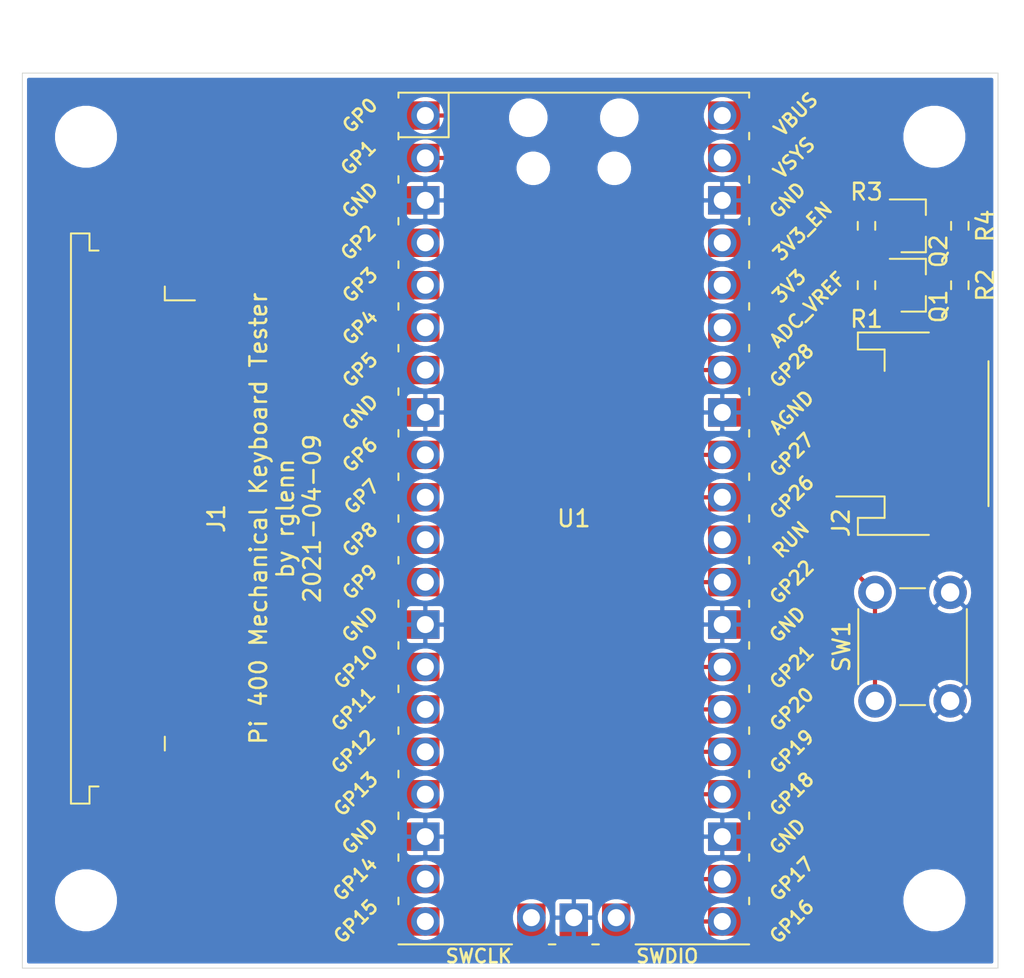
<source format=kicad_pcb>
(kicad_pcb (version 20171130) (host pcbnew "(5.1.9)-1")

  (general
    (thickness 1.6)
    (drawings 5)
    (tracks 196)
    (zones 0)
    (modules 14)
    (nets 38)
  )

  (page A3)
  (layers
    (0 F.Cu signal)
    (31 B.Cu signal)
    (32 B.Adhes user)
    (33 F.Adhes user)
    (34 B.Paste user)
    (35 F.Paste user)
    (36 B.SilkS user)
    (37 F.SilkS user)
    (38 B.Mask user)
    (39 F.Mask user)
    (40 Dwgs.User user)
    (41 Cmts.User user)
    (42 Eco1.User user)
    (43 Eco2.User user)
    (44 Edge.Cuts user)
    (45 Margin user)
    (46 B.CrtYd user)
    (47 F.CrtYd user)
    (48 B.Fab user)
    (49 F.Fab user)
  )

  (setup
    (last_trace_width 0.25)
    (trace_clearance 0.2)
    (zone_clearance 0.254)
    (zone_45_only no)
    (trace_min 0.2)
    (via_size 0.8)
    (via_drill 0.4)
    (via_min_size 0.4)
    (via_min_drill 0.3)
    (uvia_size 0.3)
    (uvia_drill 0.1)
    (uvias_allowed no)
    (uvia_min_size 0.2)
    (uvia_min_drill 0.1)
    (edge_width 0.05)
    (segment_width 0.2)
    (pcb_text_width 0.3)
    (pcb_text_size 1.5 1.5)
    (mod_edge_width 0.12)
    (mod_text_size 1 1)
    (mod_text_width 0.15)
    (pad_size 1.524 1.524)
    (pad_drill 0.762)
    (pad_to_mask_clearance 0.051)
    (solder_mask_min_width 0.25)
    (aux_axis_origin 0 0)
    (visible_elements 7FFFFFFF)
    (pcbplotparams
      (layerselection 0x010fc_ffffffff)
      (usegerberextensions true)
      (usegerberattributes false)
      (usegerberadvancedattributes false)
      (creategerberjobfile false)
      (excludeedgelayer true)
      (linewidth 0.100000)
      (plotframeref false)
      (viasonmask false)
      (mode 1)
      (useauxorigin false)
      (hpglpennumber 1)
      (hpglpenspeed 20)
      (hpglpendiameter 15.000000)
      (psnegative false)
      (psa4output false)
      (plotreference true)
      (plotvalue true)
      (plotinvisibletext false)
      (padsonsilk false)
      (subtractmaskfromsilk true)
      (outputformat 1)
      (mirror false)
      (drillshape 0)
      (scaleselection 1)
      (outputdirectory "cam/"))
  )

  (net 0 "")
  (net 1 /Row_0)
  (net 2 /Row_1)
  (net 3 /Row_2)
  (net 4 /Row_3)
  (net 5 /Row_4)
  (net 6 /Row_5)
  (net 7 /Row_6)
  (net 8 /Col_0)
  (net 9 /Col_1)
  (net 10 /Col_2)
  (net 11 /Col_3)
  (net 12 /Col_4)
  (net 13 /Col_5)
  (net 14 /Col_6)
  (net 15 /Col_7)
  (net 16 /Col_8)
  (net 17 /Col_9)
  (net 18 /Col_10)
  (net 19 /Col_11)
  (net 20 /Col_12)
  (net 21 /Col_13)
  (net 22 /Col_14)
  (net 23 /Col_15)
  (net 24 /Row_7)
  (net 25 GND)
  (net 26 "Net-(SW1-Pad1)")
  (net 27 /SDA_3V3)
  (net 28 /SCL_3V3)
  (net 29 "Net-(U1-Pad35)")
  (net 30 "Net-(U1-Pad36)")
  (net 31 "Net-(U1-Pad37)")
  (net 32 "Net-(U1-Pad41)")
  (net 33 "Net-(U1-Pad43)")
  (net 34 /VBus)
  (net 35 /SDA_5V)
  (net 36 /SCL_5V)
  (net 37 /3V3)

  (net_class Default "This is the default net class."
    (clearance 0.2)
    (trace_width 0.25)
    (via_dia 0.8)
    (via_drill 0.4)
    (uvia_dia 0.3)
    (uvia_drill 0.1)
    (add_net /3V3)
    (add_net /Col_0)
    (add_net /Col_1)
    (add_net /Col_10)
    (add_net /Col_11)
    (add_net /Col_12)
    (add_net /Col_13)
    (add_net /Col_14)
    (add_net /Col_15)
    (add_net /Col_2)
    (add_net /Col_3)
    (add_net /Col_4)
    (add_net /Col_5)
    (add_net /Col_6)
    (add_net /Col_7)
    (add_net /Col_8)
    (add_net /Col_9)
    (add_net /Row_0)
    (add_net /Row_1)
    (add_net /Row_2)
    (add_net /Row_3)
    (add_net /Row_4)
    (add_net /Row_5)
    (add_net /Row_6)
    (add_net /Row_7)
    (add_net /SCL_3V3)
    (add_net /SCL_5V)
    (add_net /SDA_3V3)
    (add_net /SDA_5V)
    (add_net /VBus)
    (add_net GND)
    (add_net "Net-(SW1-Pad1)")
    (add_net "Net-(U1-Pad35)")
    (add_net "Net-(U1-Pad36)")
    (add_net "Net-(U1-Pad37)")
    (add_net "Net-(U1-Pad41)")
    (add_net "Net-(U1-Pad43)")
  )

  (module MountingHole:MountingHole_3.2mm_M3_DIN965 (layer F.Cu) (tedit 56D1B4CB) (tstamp 604CC25B)
    (at 72.39 66.04)
    (descr "Mounting Hole 3.2mm, no annular, M3, DIN965")
    (tags "mounting hole 3.2mm no annular m3 din965")
    (path /5E99B06F)
    (attr virtual)
    (fp_text reference H1 (at 0 -3.8) (layer F.SilkS) hide
      (effects (font (size 1 1) (thickness 0.15)))
    )
    (fp_text value MountingHole (at 0 3.8) (layer F.Fab)
      (effects (font (size 1 1) (thickness 0.15)))
    )
    (fp_circle (center 0 0) (end 2.8 0) (layer Cmts.User) (width 0.15))
    (fp_circle (center 0 0) (end 3.05 0) (layer F.CrtYd) (width 0.05))
    (fp_text user %R (at 0.3 0) (layer F.Fab)
      (effects (font (size 1 1) (thickness 0.15)))
    )
    (pad 1 np_thru_hole circle (at 0 0) (size 3.2 3.2) (drill 3.2) (layers *.Cu *.Mask))
  )

  (module MountingHole:MountingHole_3.2mm_M3_DIN965 (layer F.Cu) (tedit 56D1B4CB) (tstamp 604CC263)
    (at 72.39 111.76)
    (descr "Mounting Hole 3.2mm, no annular, M3, DIN965")
    (tags "mounting hole 3.2mm no annular m3 din965")
    (path /5E99AD30)
    (attr virtual)
    (fp_text reference H2 (at 0 -3.8) (layer F.SilkS) hide
      (effects (font (size 1 1) (thickness 0.15)))
    )
    (fp_text value MountingHole (at 0 3.8) (layer F.Fab)
      (effects (font (size 1 1) (thickness 0.15)))
    )
    (fp_circle (center 0 0) (end 3.05 0) (layer F.CrtYd) (width 0.05))
    (fp_circle (center 0 0) (end 2.8 0) (layer Cmts.User) (width 0.15))
    (fp_text user %R (at 0.3 0) (layer F.Fab)
      (effects (font (size 1 1) (thickness 0.15)))
    )
    (pad 1 np_thru_hole circle (at 0 0) (size 3.2 3.2) (drill 3.2) (layers *.Cu *.Mask))
  )

  (module MountingHole:MountingHole_3.2mm_M3_DIN965 (layer F.Cu) (tedit 56D1B4CB) (tstamp 604CC26B)
    (at 123.19 66.04)
    (descr "Mounting Hole 3.2mm, no annular, M3, DIN965")
    (tags "mounting hole 3.2mm no annular m3 din965")
    (path /5E99E1A5)
    (attr virtual)
    (fp_text reference H3 (at 0 -3.8) (layer F.SilkS) hide
      (effects (font (size 1 1) (thickness 0.15)))
    )
    (fp_text value MountingHole (at 0 3.8) (layer F.Fab)
      (effects (font (size 1 1) (thickness 0.15)))
    )
    (fp_circle (center 0 0) (end 2.8 0) (layer Cmts.User) (width 0.15))
    (fp_circle (center 0 0) (end 3.05 0) (layer F.CrtYd) (width 0.05))
    (fp_text user %R (at 0.3 0) (layer F.Fab)
      (effects (font (size 1 1) (thickness 0.15)))
    )
    (pad 1 np_thru_hole circle (at 0 0) (size 3.2 3.2) (drill 3.2) (layers *.Cu *.Mask))
  )

  (module MountingHole:MountingHole_3.2mm_M3_DIN965 (layer F.Cu) (tedit 56D1B4CB) (tstamp 604CC273)
    (at 123.19 111.76)
    (descr "Mounting Hole 3.2mm, no annular, M3, DIN965")
    (tags "mounting hole 3.2mm no annular m3 din965")
    (path /5E99CF54)
    (attr virtual)
    (fp_text reference H4 (at 0 -3.8) (layer F.SilkS) hide
      (effects (font (size 1 1) (thickness 0.15)))
    )
    (fp_text value MountingHole (at 0 3.8) (layer F.Fab)
      (effects (font (size 1 1) (thickness 0.15)))
    )
    (fp_circle (center 0 0) (end 3.05 0) (layer F.CrtYd) (width 0.05))
    (fp_circle (center 0 0) (end 2.8 0) (layer Cmts.User) (width 0.15))
    (fp_text user %R (at 0.3 0) (layer F.Fab)
      (effects (font (size 1 1) (thickness 0.15)))
    )
    (pad 1 np_thru_hole circle (at 0 0) (size 3.2 3.2) (drill 3.2) (layers *.Cu *.Mask))
  )

  (module Connector_FFC-FPC:TE_2-84952-6_1x26-1MP_P1.0mm_Horizontal (layer F.Cu) (tedit 5AEE14E3) (tstamp 6060DC44)
    (at 76.2 88.9 270)
    (descr "TE FPC connector, 26 bottom-side contacts, 1.0mm pitch, 1.0mm height, SMT, http://www.te.com/commerce/DocumentDelivery/DDEController?Action=srchrtrv&DocNm=84952&DocType=Customer+Drawing&DocLang=English&DocFormat=pdf&PartCntxt=84952-4")
    (tags "te fpc 84952")
    (path /605EF52D)
    (attr smd)
    (fp_text reference J1 (at 0 -4 270) (layer F.SilkS)
      (effects (font (size 1 1) (thickness 0.15)))
    )
    (fp_text value Conn_01x26 (at 0 7.7 270) (layer F.Fab)
      (effects (font (size 1 1) (thickness 0.15)))
    )
    (fp_line (start -15.935 -0.8) (end 15.935 -0.8) (layer F.Fab) (width 0.1))
    (fp_line (start 15.935 -0.8) (end 15.935 3.71) (layer F.Fab) (width 0.1))
    (fp_line (start 15.935 3.71) (end 16.96 3.71) (layer F.Fab) (width 0.1))
    (fp_line (start 16.96 3.71) (end 16.96 4.6) (layer F.Fab) (width 0.1))
    (fp_line (start 16.96 4.6) (end -16.96 4.6) (layer F.Fab) (width 0.1))
    (fp_line (start -16.96 4.6) (end -16.96 3.71) (layer F.Fab) (width 0.1))
    (fp_line (start -16.96 3.71) (end -15.935 3.71) (layer F.Fab) (width 0.1))
    (fp_line (start -15.935 3.71) (end -15.935 -0.8) (layer F.Fab) (width 0.1))
    (fp_line (start -13 -0.8) (end -12.5 0.2) (layer F.Fab) (width 0.1))
    (fp_line (start -12.5 0.2) (end -12 -0.8) (layer F.Fab) (width 0.1))
    (fp_line (start 15.935 4.6) (end 15.935 5.61) (layer F.Fab) (width 0.1))
    (fp_line (start 15.935 5.61) (end 16.96 5.61) (layer F.Fab) (width 0.1))
    (fp_line (start 16.96 5.61) (end 16.96 6.5) (layer F.Fab) (width 0.1))
    (fp_line (start 16.96 6.5) (end -16.96 6.5) (layer F.Fab) (width 0.1))
    (fp_line (start -16.96 6.5) (end -16.96 5.61) (layer F.Fab) (width 0.1))
    (fp_line (start -16.96 5.61) (end -15.935 5.61) (layer F.Fab) (width 0.1))
    (fp_line (start -15.935 5.61) (end -15.935 4.6) (layer F.Fab) (width 0.1))
    (fp_line (start 16.045 3.06) (end 16.045 3.6) (layer F.SilkS) (width 0.12))
    (fp_line (start 16.045 3.6) (end 17.07 3.6) (layer F.SilkS) (width 0.12))
    (fp_line (start 17.07 3.6) (end 17.07 4.71) (layer F.SilkS) (width 0.12))
    (fp_line (start 17.07 4.71) (end -17.07 4.71) (layer F.SilkS) (width 0.12))
    (fp_line (start -17.07 4.71) (end -17.07 3.6) (layer F.SilkS) (width 0.12))
    (fp_line (start -17.07 3.6) (end -16.045 3.6) (layer F.SilkS) (width 0.12))
    (fp_line (start -16.045 3.6) (end -16.045 3.06) (layer F.SilkS) (width 0.12))
    (fp_line (start -13.89 -0.91) (end -13.065 -0.91) (layer F.SilkS) (width 0.12))
    (fp_line (start -13.065 -0.91) (end -13.065 -2.71) (layer F.SilkS) (width 0.12))
    (fp_line (start 13.065 -0.91) (end 13.89 -0.91) (layer F.SilkS) (width 0.12))
    (fp_line (start -17.46 -3.3) (end -17.46 7) (layer F.CrtYd) (width 0.05))
    (fp_line (start -17.46 7) (end 17.46 7) (layer F.CrtYd) (width 0.05))
    (fp_line (start 17.46 7) (end 17.46 -3.3) (layer F.CrtYd) (width 0.05))
    (fp_line (start 17.46 -3.3) (end -17.46 -3.3) (layer F.CrtYd) (width 0.05))
    (fp_text user %R (at 0 1.9 270) (layer F.Fab)
      (effects (font (size 1 1) (thickness 0.15)))
    )
    (pad 1 smd rect (at -12.5 -1.8 270) (size 0.61 2) (layers F.Cu F.Paste F.Mask)
      (net 24 /Row_7))
    (pad 2 smd rect (at -11.5 -1.8 270) (size 0.61 2) (layers F.Cu F.Paste F.Mask)
      (net 7 /Row_6))
    (pad 3 smd rect (at -10.5 -1.8 270) (size 0.61 2) (layers F.Cu F.Paste F.Mask)
      (net 6 /Row_5))
    (pad 4 smd rect (at -9.5 -1.8 270) (size 0.61 2) (layers F.Cu F.Paste F.Mask)
      (net 5 /Row_4))
    (pad 5 smd rect (at -8.5 -1.8 270) (size 0.61 2) (layers F.Cu F.Paste F.Mask)
      (net 4 /Row_3))
    (pad 6 smd rect (at -7.5 -1.8 270) (size 0.61 2) (layers F.Cu F.Paste F.Mask)
      (net 3 /Row_2))
    (pad 7 smd rect (at -6.5 -1.8 270) (size 0.61 2) (layers F.Cu F.Paste F.Mask)
      (net 2 /Row_1))
    (pad 8 smd rect (at -5.5 -1.8 270) (size 0.61 2) (layers F.Cu F.Paste F.Mask)
      (net 1 /Row_0))
    (pad 9 smd rect (at -4.5 -1.8 270) (size 0.61 2) (layers F.Cu F.Paste F.Mask)
      (net 23 /Col_15))
    (pad 10 smd rect (at -3.5 -1.8 270) (size 0.61 2) (layers F.Cu F.Paste F.Mask)
      (net 22 /Col_14))
    (pad 11 smd rect (at -2.5 -1.8 270) (size 0.61 2) (layers F.Cu F.Paste F.Mask)
      (net 21 /Col_13))
    (pad 12 smd rect (at -1.5 -1.8 270) (size 0.61 2) (layers F.Cu F.Paste F.Mask)
      (net 20 /Col_12))
    (pad 13 smd rect (at -0.5 -1.8 270) (size 0.61 2) (layers F.Cu F.Paste F.Mask)
      (net 19 /Col_11))
    (pad 14 smd rect (at 0.5 -1.8 270) (size 0.61 2) (layers F.Cu F.Paste F.Mask)
      (net 18 /Col_10))
    (pad 15 smd rect (at 1.5 -1.8 270) (size 0.61 2) (layers F.Cu F.Paste F.Mask)
      (net 17 /Col_9))
    (pad 16 smd rect (at 2.5 -1.8 270) (size 0.61 2) (layers F.Cu F.Paste F.Mask)
      (net 16 /Col_8))
    (pad 17 smd rect (at 3.5 -1.8 270) (size 0.61 2) (layers F.Cu F.Paste F.Mask))
    (pad 18 smd rect (at 4.5 -1.8 270) (size 0.61 2) (layers F.Cu F.Paste F.Mask)
      (net 15 /Col_7))
    (pad 19 smd rect (at 5.5 -1.8 270) (size 0.61 2) (layers F.Cu F.Paste F.Mask))
    (pad 20 smd rect (at 6.5 -1.8 270) (size 0.61 2) (layers F.Cu F.Paste F.Mask)
      (net 14 /Col_6))
    (pad 21 smd rect (at 7.5 -1.8 270) (size 0.61 2) (layers F.Cu F.Paste F.Mask)
      (net 13 /Col_5))
    (pad 22 smd rect (at 8.5 -1.8 270) (size 0.61 2) (layers F.Cu F.Paste F.Mask)
      (net 12 /Col_4))
    (pad 23 smd rect (at 9.5 -1.8 270) (size 0.61 2) (layers F.Cu F.Paste F.Mask)
      (net 11 /Col_3))
    (pad 24 smd rect (at 10.5 -1.8 270) (size 0.61 2) (layers F.Cu F.Paste F.Mask)
      (net 10 /Col_2))
    (pad 25 smd rect (at 11.5 -1.8 270) (size 0.61 2) (layers F.Cu F.Paste F.Mask)
      (net 9 /Col_1))
    (pad 26 smd rect (at 12.5 -1.8 270) (size 0.61 2) (layers F.Cu F.Paste F.Mask)
      (net 8 /Col_0))
    (pad MP smd rect (at -15.49 1 270) (size 2.68 3.6) (layers F.Cu F.Paste F.Mask))
    (pad MP smd rect (at 15.49 1 270) (size 2.68 3.6) (layers F.Cu F.Paste F.Mask))
    (model ${KISYS3DMOD}/Connector_FFC-FPC.3dshapes/TE_2-84952-6_1x26-1MP_P1.0mm_Horizontal.wrl
      (at (xyz 0 0 0))
      (scale (xyz 1 1 1))
      (rotate (xyz 0 0 0))
    )
  )

  (module Connector_JST:JST_PH_S4B-PH-SM4-TB_1x04-1MP_P2.00mm_Horizontal (layer F.Cu) (tedit 5B78AD87) (tstamp 6061C8C9)
    (at 121.92 83.82 90)
    (descr "JST PH series connector, S4B-PH-SM4-TB (http://www.jst-mfg.com/product/pdf/eng/ePH.pdf), generated with kicad-footprint-generator")
    (tags "connector JST PH top entry")
    (path /606F2829)
    (attr smd)
    (fp_text reference J2 (at -5.334 -4.318 90) (layer F.SilkS)
      (effects (font (size 1 1) (thickness 0.15)))
    )
    (fp_text value Conn_01x04 (at 0 5.8 90) (layer F.Fab)
      (effects (font (size 1 1) (thickness 0.15)))
    )
    (fp_line (start -5.95 -3.2) (end -5.15 -3.2) (layer F.Fab) (width 0.1))
    (fp_line (start -5.15 -3.2) (end -5.15 -1.6) (layer F.Fab) (width 0.1))
    (fp_line (start -5.15 -1.6) (end 5.15 -1.6) (layer F.Fab) (width 0.1))
    (fp_line (start 5.15 -1.6) (end 5.15 -3.2) (layer F.Fab) (width 0.1))
    (fp_line (start 5.15 -3.2) (end 5.95 -3.2) (layer F.Fab) (width 0.1))
    (fp_line (start -6.06 0.94) (end -6.06 -3.31) (layer F.SilkS) (width 0.12))
    (fp_line (start -6.06 -3.31) (end -5.04 -3.31) (layer F.SilkS) (width 0.12))
    (fp_line (start -5.04 -3.31) (end -5.04 -1.71) (layer F.SilkS) (width 0.12))
    (fp_line (start -5.04 -1.71) (end -3.76 -1.71) (layer F.SilkS) (width 0.12))
    (fp_line (start -3.76 -1.71) (end -3.76 -4.6) (layer F.SilkS) (width 0.12))
    (fp_line (start 6.06 0.94) (end 6.06 -3.31) (layer F.SilkS) (width 0.12))
    (fp_line (start 6.06 -3.31) (end 5.04 -3.31) (layer F.SilkS) (width 0.12))
    (fp_line (start 5.04 -3.31) (end 5.04 -1.71) (layer F.SilkS) (width 0.12))
    (fp_line (start 5.04 -1.71) (end 3.76 -1.71) (layer F.SilkS) (width 0.12))
    (fp_line (start -4.34 4.51) (end 4.34 4.51) (layer F.SilkS) (width 0.12))
    (fp_line (start -5.95 4.4) (end 5.95 4.4) (layer F.Fab) (width 0.1))
    (fp_line (start -5.95 -3.2) (end -5.95 4.4) (layer F.Fab) (width 0.1))
    (fp_line (start 5.95 -3.2) (end 5.95 4.4) (layer F.Fab) (width 0.1))
    (fp_line (start -6.6 -5.1) (end -6.6 5.1) (layer F.CrtYd) (width 0.05))
    (fp_line (start -6.6 5.1) (end 6.6 5.1) (layer F.CrtYd) (width 0.05))
    (fp_line (start 6.6 5.1) (end 6.6 -5.1) (layer F.CrtYd) (width 0.05))
    (fp_line (start 6.6 -5.1) (end -6.6 -5.1) (layer F.CrtYd) (width 0.05))
    (fp_line (start -3.5 -1.6) (end -3 -0.892893) (layer F.Fab) (width 0.1))
    (fp_line (start -3 -0.892893) (end -2.5 -1.6) (layer F.Fab) (width 0.1))
    (fp_text user %R (at 0 1.5 90) (layer F.Fab)
      (effects (font (size 1 1) (thickness 0.15)))
    )
    (pad 1 smd roundrect (at -3 -2.85 90) (size 1 3.5) (layers F.Cu F.Paste F.Mask) (roundrect_rratio 0.25)
      (net 25 GND))
    (pad 2 smd roundrect (at -1 -2.85 90) (size 1 3.5) (layers F.Cu F.Paste F.Mask) (roundrect_rratio 0.25)
      (net 34 /VBus))
    (pad 3 smd roundrect (at 1 -2.85 90) (size 1 3.5) (layers F.Cu F.Paste F.Mask) (roundrect_rratio 0.25)
      (net 35 /SDA_5V))
    (pad 4 smd roundrect (at 3 -2.85 90) (size 1 3.5) (layers F.Cu F.Paste F.Mask) (roundrect_rratio 0.25)
      (net 36 /SCL_5V))
    (pad MP smd roundrect (at -5.35 2.9 90) (size 1.5 3.4) (layers F.Cu F.Paste F.Mask) (roundrect_rratio 0.166667))
    (pad MP smd roundrect (at 5.35 2.9 90) (size 1.5 3.4) (layers F.Cu F.Paste F.Mask) (roundrect_rratio 0.166667))
    (model ${KISYS3DMOD}/Connector_JST.3dshapes/JST_PH_S4B-PH-SM4-TB_1x04-1MP_P2.00mm_Horizontal.wrl
      (at (xyz 0 0 0))
      (scale (xyz 1 1 1))
      (rotate (xyz 0 0 0))
    )
  )

  (module Button_Switch_THT:SW_PUSH_6mm (layer F.Cu) (tedit 5A02FE31) (tstamp 6070D26B)
    (at 119.634 99.822 90)
    (descr https://www.omron.com/ecb/products/pdf/en-b3f.pdf)
    (tags "tact sw push 6mm")
    (path /6071C67F)
    (fp_text reference SW1 (at 3.25 -2 90) (layer F.SilkS)
      (effects (font (size 1 1) (thickness 0.15)))
    )
    (fp_text value SW_Push (at 3.75 6.7 90) (layer F.Fab)
      (effects (font (size 1 1) (thickness 0.15)))
    )
    (fp_circle (center 3.25 2.25) (end 1.25 2.5) (layer F.Fab) (width 0.1))
    (fp_line (start 6.75 3) (end 6.75 1.5) (layer F.SilkS) (width 0.12))
    (fp_line (start 5.5 -1) (end 1 -1) (layer F.SilkS) (width 0.12))
    (fp_line (start -0.25 1.5) (end -0.25 3) (layer F.SilkS) (width 0.12))
    (fp_line (start 1 5.5) (end 5.5 5.5) (layer F.SilkS) (width 0.12))
    (fp_line (start 8 -1.25) (end 8 5.75) (layer F.CrtYd) (width 0.05))
    (fp_line (start 7.75 6) (end -1.25 6) (layer F.CrtYd) (width 0.05))
    (fp_line (start -1.5 5.75) (end -1.5 -1.25) (layer F.CrtYd) (width 0.05))
    (fp_line (start -1.25 -1.5) (end 7.75 -1.5) (layer F.CrtYd) (width 0.05))
    (fp_line (start -1.5 6) (end -1.25 6) (layer F.CrtYd) (width 0.05))
    (fp_line (start -1.5 5.75) (end -1.5 6) (layer F.CrtYd) (width 0.05))
    (fp_line (start -1.5 -1.5) (end -1.25 -1.5) (layer F.CrtYd) (width 0.05))
    (fp_line (start -1.5 -1.25) (end -1.5 -1.5) (layer F.CrtYd) (width 0.05))
    (fp_line (start 8 -1.5) (end 8 -1.25) (layer F.CrtYd) (width 0.05))
    (fp_line (start 7.75 -1.5) (end 8 -1.5) (layer F.CrtYd) (width 0.05))
    (fp_line (start 8 6) (end 8 5.75) (layer F.CrtYd) (width 0.05))
    (fp_line (start 7.75 6) (end 8 6) (layer F.CrtYd) (width 0.05))
    (fp_line (start 0.25 -0.75) (end 3.25 -0.75) (layer F.Fab) (width 0.1))
    (fp_line (start 0.25 5.25) (end 0.25 -0.75) (layer F.Fab) (width 0.1))
    (fp_line (start 6.25 5.25) (end 0.25 5.25) (layer F.Fab) (width 0.1))
    (fp_line (start 6.25 -0.75) (end 6.25 5.25) (layer F.Fab) (width 0.1))
    (fp_line (start 3.25 -0.75) (end 6.25 -0.75) (layer F.Fab) (width 0.1))
    (fp_text user %R (at 3.25 2.25 90) (layer F.Fab)
      (effects (font (size 1 1) (thickness 0.15)))
    )
    (pad 2 thru_hole circle (at 0 4.5 180) (size 2 2) (drill 1.1) (layers *.Cu *.Mask)
      (net 25 GND))
    (pad 1 thru_hole circle (at 0 0 180) (size 2 2) (drill 1.1) (layers *.Cu *.Mask)
      (net 26 "Net-(SW1-Pad1)"))
    (pad 2 thru_hole circle (at 6.5 4.5 180) (size 2 2) (drill 1.1) (layers *.Cu *.Mask)
      (net 25 GND))
    (pad 1 thru_hole circle (at 6.5 0 180) (size 2 2) (drill 1.1) (layers *.Cu *.Mask)
      (net 26 "Net-(SW1-Pad1)"))
    (model ${KISYS3DMOD}/Button_Switch_THT.3dshapes/SW_PUSH_6mm.wrl
      (at (xyz 0 0 0))
      (scale (xyz 1 1 1))
      (rotate (xyz 0 0 0))
    )
  )

  (module MCU_RaspberryPi_and_Boards:RPi_Pico_SMD_TH (layer F.Cu) (tedit 5F638C80) (tstamp 6070D331)
    (at 101.6 88.9)
    (descr "Through hole straight pin header, 2x20, 2.54mm pitch, double rows")
    (tags "Through hole pin header THT 2x20 2.54mm double row")
    (path /6070D9B2)
    (fp_text reference U1 (at 0 0) (layer F.SilkS)
      (effects (font (size 1 1) (thickness 0.15)))
    )
    (fp_text value Pico (at 0 2.159) (layer F.Fab)
      (effects (font (size 1 1) (thickness 0.15)))
    )
    (fp_poly (pts (xy 3.7 -20.2) (xy -3.7 -20.2) (xy -3.7 -24.9) (xy 3.7 -24.9)) (layer Dwgs.User) (width 0.1))
    (fp_poly (pts (xy -1.5 -11.5) (xy -3.5 -11.5) (xy -3.5 -13.5) (xy -1.5 -13.5)) (layer Dwgs.User) (width 0.1))
    (fp_poly (pts (xy -1.5 -14) (xy -3.5 -14) (xy -3.5 -16) (xy -1.5 -16)) (layer Dwgs.User) (width 0.1))
    (fp_poly (pts (xy -1.5 -16.5) (xy -3.5 -16.5) (xy -3.5 -18.5) (xy -1.5 -18.5)) (layer Dwgs.User) (width 0.1))
    (fp_line (start -10.5 -25.5) (end 10.5 -25.5) (layer F.Fab) (width 0.12))
    (fp_line (start 10.5 -25.5) (end 10.5 25.5) (layer F.Fab) (width 0.12))
    (fp_line (start 10.5 25.5) (end -10.5 25.5) (layer F.Fab) (width 0.12))
    (fp_line (start -10.5 25.5) (end -10.5 -25.5) (layer F.Fab) (width 0.12))
    (fp_line (start -10.5 -24.2) (end -9.2 -25.5) (layer F.Fab) (width 0.12))
    (fp_line (start -11 -26) (end 11 -26) (layer F.CrtYd) (width 0.12))
    (fp_line (start 11 -26) (end 11 26) (layer F.CrtYd) (width 0.12))
    (fp_line (start 11 26) (end -11 26) (layer F.CrtYd) (width 0.12))
    (fp_line (start -11 26) (end -11 -26) (layer F.CrtYd) (width 0.12))
    (fp_line (start -10.5 -25.5) (end 10.5 -25.5) (layer F.SilkS) (width 0.12))
    (fp_line (start -3.7 25.5) (end -10.5 25.5) (layer F.SilkS) (width 0.12))
    (fp_line (start -10.5 -22.833) (end -7.493 -22.833) (layer F.SilkS) (width 0.12))
    (fp_line (start -7.493 -22.833) (end -7.493 -25.5) (layer F.SilkS) (width 0.12))
    (fp_line (start -10.5 -25.5) (end -10.5 -25.2) (layer F.SilkS) (width 0.12))
    (fp_line (start -10.5 -23.1) (end -10.5 -22.7) (layer F.SilkS) (width 0.12))
    (fp_line (start -10.5 -20.5) (end -10.5 -20.1) (layer F.SilkS) (width 0.12))
    (fp_line (start -10.5 -18) (end -10.5 -17.6) (layer F.SilkS) (width 0.12))
    (fp_line (start -10.5 -15.4) (end -10.5 -15) (layer F.SilkS) (width 0.12))
    (fp_line (start -10.5 -12.9) (end -10.5 -12.5) (layer F.SilkS) (width 0.12))
    (fp_line (start -10.5 -10.4) (end -10.5 -10) (layer F.SilkS) (width 0.12))
    (fp_line (start -10.5 -7.8) (end -10.5 -7.4) (layer F.SilkS) (width 0.12))
    (fp_line (start -10.5 -5.3) (end -10.5 -4.9) (layer F.SilkS) (width 0.12))
    (fp_line (start -10.5 -2.7) (end -10.5 -2.3) (layer F.SilkS) (width 0.12))
    (fp_line (start -10.5 -0.2) (end -10.5 0.2) (layer F.SilkS) (width 0.12))
    (fp_line (start -10.5 2.3) (end -10.5 2.7) (layer F.SilkS) (width 0.12))
    (fp_line (start -10.5 4.9) (end -10.5 5.3) (layer F.SilkS) (width 0.12))
    (fp_line (start -10.5 7.4) (end -10.5 7.8) (layer F.SilkS) (width 0.12))
    (fp_line (start -10.5 10) (end -10.5 10.4) (layer F.SilkS) (width 0.12))
    (fp_line (start -10.5 12.5) (end -10.5 12.9) (layer F.SilkS) (width 0.12))
    (fp_line (start -10.5 15.1) (end -10.5 15.5) (layer F.SilkS) (width 0.12))
    (fp_line (start -10.5 17.6) (end -10.5 18) (layer F.SilkS) (width 0.12))
    (fp_line (start -10.5 20.1) (end -10.5 20.5) (layer F.SilkS) (width 0.12))
    (fp_line (start -10.5 22.7) (end -10.5 23.1) (layer F.SilkS) (width 0.12))
    (fp_line (start 10.5 -10.4) (end 10.5 -10) (layer F.SilkS) (width 0.12))
    (fp_line (start 10.5 -5.3) (end 10.5 -4.9) (layer F.SilkS) (width 0.12))
    (fp_line (start 10.5 2.3) (end 10.5 2.7) (layer F.SilkS) (width 0.12))
    (fp_line (start 10.5 10) (end 10.5 10.4) (layer F.SilkS) (width 0.12))
    (fp_line (start 10.5 -20.5) (end 10.5 -20.1) (layer F.SilkS) (width 0.12))
    (fp_line (start 10.5 -23.1) (end 10.5 -22.7) (layer F.SilkS) (width 0.12))
    (fp_line (start 10.5 -15.4) (end 10.5 -15) (layer F.SilkS) (width 0.12))
    (fp_line (start 10.5 17.6) (end 10.5 18) (layer F.SilkS) (width 0.12))
    (fp_line (start 10.5 22.7) (end 10.5 23.1) (layer F.SilkS) (width 0.12))
    (fp_line (start 10.5 20.1) (end 10.5 20.5) (layer F.SilkS) (width 0.12))
    (fp_line (start 10.5 4.9) (end 10.5 5.3) (layer F.SilkS) (width 0.12))
    (fp_line (start 10.5 -0.2) (end 10.5 0.2) (layer F.SilkS) (width 0.12))
    (fp_line (start 10.5 -12.9) (end 10.5 -12.5) (layer F.SilkS) (width 0.12))
    (fp_line (start 10.5 -7.8) (end 10.5 -7.4) (layer F.SilkS) (width 0.12))
    (fp_line (start 10.5 12.5) (end 10.5 12.9) (layer F.SilkS) (width 0.12))
    (fp_line (start 10.5 -2.7) (end 10.5 -2.3) (layer F.SilkS) (width 0.12))
    (fp_line (start 10.5 -25.5) (end 10.5 -25.2) (layer F.SilkS) (width 0.12))
    (fp_line (start 10.5 -18) (end 10.5 -17.6) (layer F.SilkS) (width 0.12))
    (fp_line (start 10.5 7.4) (end 10.5 7.8) (layer F.SilkS) (width 0.12))
    (fp_line (start 10.5 15.1) (end 10.5 15.5) (layer F.SilkS) (width 0.12))
    (fp_line (start 10.5 25.5) (end 3.7 25.5) (layer F.SilkS) (width 0.12))
    (fp_line (start -1.5 25.5) (end -1.1 25.5) (layer F.SilkS) (width 0.12))
    (fp_line (start 1.1 25.5) (end 1.5 25.5) (layer F.SilkS) (width 0.12))
    (fp_text user %R (at 0 0 180) (layer F.Fab)
      (effects (font (size 1 1) (thickness 0.15)))
    )
    (fp_text user GP1 (at -12.9 -21.6 45) (layer F.SilkS)
      (effects (font (size 0.8 0.8) (thickness 0.15)))
    )
    (fp_text user GP2 (at -12.9 -16.51 45) (layer F.SilkS)
      (effects (font (size 0.8 0.8) (thickness 0.15)))
    )
    (fp_text user GP0 (at -12.8 -24.13 45) (layer F.SilkS)
      (effects (font (size 0.8 0.8) (thickness 0.15)))
    )
    (fp_text user GP3 (at -12.8 -13.97 45) (layer F.SilkS)
      (effects (font (size 0.8 0.8) (thickness 0.15)))
    )
    (fp_text user GP4 (at -12.8 -11.43 45) (layer F.SilkS)
      (effects (font (size 0.8 0.8) (thickness 0.15)))
    )
    (fp_text user GP5 (at -12.8 -8.89 45) (layer F.SilkS)
      (effects (font (size 0.8 0.8) (thickness 0.15)))
    )
    (fp_text user GP6 (at -12.8 -3.81 45) (layer F.SilkS)
      (effects (font (size 0.8 0.8) (thickness 0.15)))
    )
    (fp_text user GP7 (at -12.7 -1.3 45) (layer F.SilkS)
      (effects (font (size 0.8 0.8) (thickness 0.15)))
    )
    (fp_text user GP8 (at -12.8 1.27 45) (layer F.SilkS)
      (effects (font (size 0.8 0.8) (thickness 0.15)))
    )
    (fp_text user GP9 (at -12.8 3.81 45) (layer F.SilkS)
      (effects (font (size 0.8 0.8) (thickness 0.15)))
    )
    (fp_text user GP10 (at -13.054 8.89 45) (layer F.SilkS)
      (effects (font (size 0.8 0.8) (thickness 0.15)))
    )
    (fp_text user GP11 (at -13.2 11.43 45) (layer F.SilkS)
      (effects (font (size 0.8 0.8) (thickness 0.15)))
    )
    (fp_text user GP12 (at -13.2 13.97 45) (layer F.SilkS)
      (effects (font (size 0.8 0.8) (thickness 0.15)))
    )
    (fp_text user GP13 (at -13.054 16.51 45) (layer F.SilkS)
      (effects (font (size 0.8 0.8) (thickness 0.15)))
    )
    (fp_text user GP14 (at -13.1 21.59 45) (layer F.SilkS)
      (effects (font (size 0.8 0.8) (thickness 0.15)))
    )
    (fp_text user GP15 (at -13.054 24.13 45) (layer F.SilkS)
      (effects (font (size 0.8 0.8) (thickness 0.15)))
    )
    (fp_text user GP16 (at 13.054 24.13 45) (layer F.SilkS)
      (effects (font (size 0.8 0.8) (thickness 0.15)))
    )
    (fp_text user GP17 (at 13.054 21.59 45) (layer F.SilkS)
      (effects (font (size 0.8 0.8) (thickness 0.15)))
    )
    (fp_text user GP18 (at 13.054 16.51 45) (layer F.SilkS)
      (effects (font (size 0.8 0.8) (thickness 0.15)))
    )
    (fp_text user GP19 (at 13.054 13.97 45) (layer F.SilkS)
      (effects (font (size 0.8 0.8) (thickness 0.15)))
    )
    (fp_text user GP20 (at 13.054 11.43 45) (layer F.SilkS)
      (effects (font (size 0.8 0.8) (thickness 0.15)))
    )
    (fp_text user GP21 (at 13.054 8.9 45) (layer F.SilkS)
      (effects (font (size 0.8 0.8) (thickness 0.15)))
    )
    (fp_text user GP22 (at 13.054 3.81 45) (layer F.SilkS)
      (effects (font (size 0.8 0.8) (thickness 0.15)))
    )
    (fp_text user RUN (at 13 1.27 45) (layer F.SilkS)
      (effects (font (size 0.8 0.8) (thickness 0.15)))
    )
    (fp_text user GP26 (at 13.054 -1.27 45) (layer F.SilkS)
      (effects (font (size 0.8 0.8) (thickness 0.15)))
    )
    (fp_text user GP27 (at 13.054 -3.8 45) (layer F.SilkS)
      (effects (font (size 0.8 0.8) (thickness 0.15)))
    )
    (fp_text user GP28 (at 13.054 -9.144 45) (layer F.SilkS)
      (effects (font (size 0.8 0.8) (thickness 0.15)))
    )
    (fp_text user ADC_VREF (at 14 -12.5 45) (layer F.SilkS)
      (effects (font (size 0.8 0.8) (thickness 0.15)))
    )
    (fp_text user 3V3 (at 12.9 -13.9 45) (layer F.SilkS)
      (effects (font (size 0.8 0.8) (thickness 0.15)))
    )
    (fp_text user 3V3_EN (at 13.7 -17.2 45) (layer F.SilkS)
      (effects (font (size 0.8 0.8) (thickness 0.15)))
    )
    (fp_text user VSYS (at 13.2 -21.59 45) (layer F.SilkS)
      (effects (font (size 0.8 0.8) (thickness 0.15)))
    )
    (fp_text user VBUS (at 13.3 -24.2 45) (layer F.SilkS)
      (effects (font (size 0.8 0.8) (thickness 0.15)))
    )
    (fp_text user GND (at -12.8 -19.05 45) (layer F.SilkS)
      (effects (font (size 0.8 0.8) (thickness 0.15)))
    )
    (fp_text user GND (at -12.8 -6.35 45) (layer F.SilkS)
      (effects (font (size 0.8 0.8) (thickness 0.15)))
    )
    (fp_text user GND (at -12.8 6.35 45) (layer F.SilkS)
      (effects (font (size 0.8 0.8) (thickness 0.15)))
    )
    (fp_text user GND (at -12.8 19.05 45) (layer F.SilkS)
      (effects (font (size 0.8 0.8) (thickness 0.15)))
    )
    (fp_text user GND (at 12.8 19.05 45) (layer F.SilkS)
      (effects (font (size 0.8 0.8) (thickness 0.15)))
    )
    (fp_text user GND (at 12.8 6.35 45) (layer F.SilkS)
      (effects (font (size 0.8 0.8) (thickness 0.15)))
    )
    (fp_text user GND (at 12.8 -19.05 45) (layer F.SilkS)
      (effects (font (size 0.8 0.8) (thickness 0.15)))
    )
    (fp_text user AGND (at 13.054 -6.35 45) (layer F.SilkS)
      (effects (font (size 0.8 0.8) (thickness 0.15)))
    )
    (fp_text user SWCLK (at -5.7 26.2) (layer F.SilkS)
      (effects (font (size 0.8 0.8) (thickness 0.15)))
    )
    (fp_text user SWDIO (at 5.6 26.2) (layer F.SilkS)
      (effects (font (size 0.8 0.8) (thickness 0.15)))
    )
    (fp_text user "Copper Keepouts shown on Dwgs layer" (at 0.1 -30.2) (layer Cmts.User)
      (effects (font (size 1 1) (thickness 0.15)))
    )
    (pad 1 thru_hole oval (at -8.89 -24.13) (size 1.7 1.7) (drill 1.02) (layers *.Cu *.Mask)
      (net 27 /SDA_3V3))
    (pad 2 thru_hole oval (at -8.89 -21.59) (size 1.7 1.7) (drill 1.02) (layers *.Cu *.Mask)
      (net 28 /SCL_3V3))
    (pad 3 thru_hole rect (at -8.89 -19.05) (size 1.7 1.7) (drill 1.02) (layers *.Cu *.Mask)
      (net 25 GND))
    (pad 4 thru_hole oval (at -8.89 -16.51) (size 1.7 1.7) (drill 1.02) (layers *.Cu *.Mask)
      (net 24 /Row_7))
    (pad 5 thru_hole oval (at -8.89 -13.97) (size 1.7 1.7) (drill 1.02) (layers *.Cu *.Mask)
      (net 7 /Row_6))
    (pad 6 thru_hole oval (at -8.89 -11.43) (size 1.7 1.7) (drill 1.02) (layers *.Cu *.Mask)
      (net 6 /Row_5))
    (pad 7 thru_hole oval (at -8.89 -8.89) (size 1.7 1.7) (drill 1.02) (layers *.Cu *.Mask)
      (net 5 /Row_4))
    (pad 8 thru_hole rect (at -8.89 -6.35) (size 1.7 1.7) (drill 1.02) (layers *.Cu *.Mask)
      (net 25 GND))
    (pad 9 thru_hole oval (at -8.89 -3.81) (size 1.7 1.7) (drill 1.02) (layers *.Cu *.Mask)
      (net 3 /Row_2))
    (pad 10 thru_hole oval (at -8.89 -1.27) (size 1.7 1.7) (drill 1.02) (layers *.Cu *.Mask)
      (net 1 /Row_0))
    (pad 11 thru_hole oval (at -8.89 1.27) (size 1.7 1.7) (drill 1.02) (layers *.Cu *.Mask)
      (net 22 /Col_14))
    (pad 12 thru_hole oval (at -8.89 3.81) (size 1.7 1.7) (drill 1.02) (layers *.Cu *.Mask)
      (net 21 /Col_13))
    (pad 13 thru_hole rect (at -8.89 6.35) (size 1.7 1.7) (drill 1.02) (layers *.Cu *.Mask)
      (net 25 GND))
    (pad 14 thru_hole oval (at -8.89 8.89) (size 1.7 1.7) (drill 1.02) (layers *.Cu *.Mask)
      (net 19 /Col_11))
    (pad 15 thru_hole oval (at -8.89 11.43) (size 1.7 1.7) (drill 1.02) (layers *.Cu *.Mask)
      (net 17 /Col_9))
    (pad 16 thru_hole oval (at -8.89 13.97) (size 1.7 1.7) (drill 1.02) (layers *.Cu *.Mask)
      (net 15 /Col_7))
    (pad 17 thru_hole oval (at -8.89 16.51) (size 1.7 1.7) (drill 1.02) (layers *.Cu *.Mask)
      (net 13 /Col_5))
    (pad 18 thru_hole rect (at -8.89 19.05) (size 1.7 1.7) (drill 1.02) (layers *.Cu *.Mask)
      (net 25 GND))
    (pad 19 thru_hole oval (at -8.89 21.59) (size 1.7 1.7) (drill 1.02) (layers *.Cu *.Mask)
      (net 11 /Col_3))
    (pad 20 thru_hole oval (at -8.89 24.13) (size 1.7 1.7) (drill 1.02) (layers *.Cu *.Mask)
      (net 9 /Col_1))
    (pad 21 thru_hole oval (at 8.89 24.13) (size 1.7 1.7) (drill 1.02) (layers *.Cu *.Mask)
      (net 8 /Col_0))
    (pad 22 thru_hole oval (at 8.89 21.59) (size 1.7 1.7) (drill 1.02) (layers *.Cu *.Mask)
      (net 10 /Col_2))
    (pad 23 thru_hole rect (at 8.89 19.05) (size 1.7 1.7) (drill 1.02) (layers *.Cu *.Mask)
      (net 25 GND))
    (pad 24 thru_hole oval (at 8.89 16.51) (size 1.7 1.7) (drill 1.02) (layers *.Cu *.Mask)
      (net 12 /Col_4))
    (pad 25 thru_hole oval (at 8.89 13.97) (size 1.7 1.7) (drill 1.02) (layers *.Cu *.Mask)
      (net 14 /Col_6))
    (pad 26 thru_hole oval (at 8.89 11.43) (size 1.7 1.7) (drill 1.02) (layers *.Cu *.Mask)
      (net 16 /Col_8))
    (pad 27 thru_hole oval (at 8.89 8.89) (size 1.7 1.7) (drill 1.02) (layers *.Cu *.Mask)
      (net 18 /Col_10))
    (pad 28 thru_hole rect (at 8.89 6.35) (size 1.7 1.7) (drill 1.02) (layers *.Cu *.Mask)
      (net 25 GND))
    (pad 29 thru_hole oval (at 8.89 3.81) (size 1.7 1.7) (drill 1.02) (layers *.Cu *.Mask)
      (net 20 /Col_12))
    (pad 30 thru_hole oval (at 8.89 1.27) (size 1.7 1.7) (drill 1.02) (layers *.Cu *.Mask)
      (net 26 "Net-(SW1-Pad1)"))
    (pad 31 thru_hole oval (at 8.89 -1.27) (size 1.7 1.7) (drill 1.02) (layers *.Cu *.Mask)
      (net 23 /Col_15))
    (pad 32 thru_hole oval (at 8.89 -3.81) (size 1.7 1.7) (drill 1.02) (layers *.Cu *.Mask)
      (net 2 /Row_1))
    (pad 33 thru_hole rect (at 8.89 -6.35) (size 1.7 1.7) (drill 1.02) (layers *.Cu *.Mask)
      (net 25 GND))
    (pad 34 thru_hole oval (at 8.89 -8.89) (size 1.7 1.7) (drill 1.02) (layers *.Cu *.Mask)
      (net 4 /Row_3))
    (pad 35 thru_hole oval (at 8.89 -11.43) (size 1.7 1.7) (drill 1.02) (layers *.Cu *.Mask)
      (net 29 "Net-(U1-Pad35)"))
    (pad 36 thru_hole oval (at 8.89 -13.97) (size 1.7 1.7) (drill 1.02) (layers *.Cu *.Mask)
      (net 30 "Net-(U1-Pad36)"))
    (pad 37 thru_hole oval (at 8.89 -16.51) (size 1.7 1.7) (drill 1.02) (layers *.Cu *.Mask)
      (net 31 "Net-(U1-Pad37)"))
    (pad 38 thru_hole rect (at 8.89 -19.05) (size 1.7 1.7) (drill 1.02) (layers *.Cu *.Mask)
      (net 25 GND))
    (pad 39 thru_hole oval (at 8.89 -21.59) (size 1.7 1.7) (drill 1.02) (layers *.Cu *.Mask)
      (net 37 /3V3))
    (pad 40 thru_hole oval (at 8.89 -24.13) (size 1.7 1.7) (drill 1.02) (layers *.Cu *.Mask)
      (net 34 /VBus))
    (pad 1 smd rect (at -8.89 -24.13) (size 3.5 1.7) (drill (offset -0.9 0)) (layers F.Cu F.Mask)
      (net 27 /SDA_3V3))
    (pad 2 smd rect (at -8.89 -21.59) (size 3.5 1.7) (drill (offset -0.9 0)) (layers F.Cu F.Mask)
      (net 28 /SCL_3V3))
    (pad 3 smd rect (at -8.89 -19.05) (size 3.5 1.7) (drill (offset -0.9 0)) (layers F.Cu F.Mask)
      (net 25 GND))
    (pad 4 smd rect (at -8.89 -16.51) (size 3.5 1.7) (drill (offset -0.9 0)) (layers F.Cu F.Mask)
      (net 24 /Row_7))
    (pad 5 smd rect (at -8.89 -13.97) (size 3.5 1.7) (drill (offset -0.9 0)) (layers F.Cu F.Mask)
      (net 7 /Row_6))
    (pad 6 smd rect (at -8.89 -11.43) (size 3.5 1.7) (drill (offset -0.9 0)) (layers F.Cu F.Mask)
      (net 6 /Row_5))
    (pad 7 smd rect (at -8.89 -8.89) (size 3.5 1.7) (drill (offset -0.9 0)) (layers F.Cu F.Mask)
      (net 5 /Row_4))
    (pad 8 smd rect (at -8.89 -6.35) (size 3.5 1.7) (drill (offset -0.9 0)) (layers F.Cu F.Mask)
      (net 25 GND))
    (pad 9 smd rect (at -8.89 -3.81) (size 3.5 1.7) (drill (offset -0.9 0)) (layers F.Cu F.Mask)
      (net 3 /Row_2))
    (pad 10 smd rect (at -8.89 -1.27) (size 3.5 1.7) (drill (offset -0.9 0)) (layers F.Cu F.Mask)
      (net 1 /Row_0))
    (pad 11 smd rect (at -8.89 1.27) (size 3.5 1.7) (drill (offset -0.9 0)) (layers F.Cu F.Mask)
      (net 22 /Col_14))
    (pad 12 smd rect (at -8.89 3.81) (size 3.5 1.7) (drill (offset -0.9 0)) (layers F.Cu F.Mask)
      (net 21 /Col_13))
    (pad 13 smd rect (at -8.89 6.35) (size 3.5 1.7) (drill (offset -0.9 0)) (layers F.Cu F.Mask)
      (net 25 GND))
    (pad 14 smd rect (at -8.89 8.89) (size 3.5 1.7) (drill (offset -0.9 0)) (layers F.Cu F.Mask)
      (net 19 /Col_11))
    (pad 15 smd rect (at -8.89 11.43) (size 3.5 1.7) (drill (offset -0.9 0)) (layers F.Cu F.Mask)
      (net 17 /Col_9))
    (pad 16 smd rect (at -8.89 13.97) (size 3.5 1.7) (drill (offset -0.9 0)) (layers F.Cu F.Mask)
      (net 15 /Col_7))
    (pad 17 smd rect (at -8.89 16.51) (size 3.5 1.7) (drill (offset -0.9 0)) (layers F.Cu F.Mask)
      (net 13 /Col_5))
    (pad 18 smd rect (at -8.89 19.05) (size 3.5 1.7) (drill (offset -0.9 0)) (layers F.Cu F.Mask)
      (net 25 GND))
    (pad 19 smd rect (at -8.89 21.59) (size 3.5 1.7) (drill (offset -0.9 0)) (layers F.Cu F.Mask)
      (net 11 /Col_3))
    (pad 20 smd rect (at -8.89 24.13) (size 3.5 1.7) (drill (offset -0.9 0)) (layers F.Cu F.Mask)
      (net 9 /Col_1))
    (pad 40 smd rect (at 8.89 -24.13) (size 3.5 1.7) (drill (offset 0.9 0)) (layers F.Cu F.Mask)
      (net 34 /VBus))
    (pad 39 smd rect (at 8.89 -21.59) (size 3.5 1.7) (drill (offset 0.9 0)) (layers F.Cu F.Mask)
      (net 37 /3V3))
    (pad 38 smd rect (at 8.89 -19.05) (size 3.5 1.7) (drill (offset 0.9 0)) (layers F.Cu F.Mask)
      (net 25 GND))
    (pad 37 smd rect (at 8.89 -16.51) (size 3.5 1.7) (drill (offset 0.9 0)) (layers F.Cu F.Mask)
      (net 31 "Net-(U1-Pad37)"))
    (pad 36 smd rect (at 8.89 -13.97) (size 3.5 1.7) (drill (offset 0.9 0)) (layers F.Cu F.Mask)
      (net 30 "Net-(U1-Pad36)"))
    (pad 35 smd rect (at 8.89 -11.43) (size 3.5 1.7) (drill (offset 0.9 0)) (layers F.Cu F.Mask)
      (net 29 "Net-(U1-Pad35)"))
    (pad 34 smd rect (at 8.89 -8.89) (size 3.5 1.7) (drill (offset 0.9 0)) (layers F.Cu F.Mask)
      (net 4 /Row_3))
    (pad 33 smd rect (at 8.89 -6.35) (size 3.5 1.7) (drill (offset 0.9 0)) (layers F.Cu F.Mask)
      (net 25 GND))
    (pad 32 smd rect (at 8.89 -3.81) (size 3.5 1.7) (drill (offset 0.9 0)) (layers F.Cu F.Mask)
      (net 2 /Row_1))
    (pad 31 smd rect (at 8.89 -1.27) (size 3.5 1.7) (drill (offset 0.9 0)) (layers F.Cu F.Mask)
      (net 23 /Col_15))
    (pad 30 smd rect (at 8.89 1.27) (size 3.5 1.7) (drill (offset 0.9 0)) (layers F.Cu F.Mask)
      (net 26 "Net-(SW1-Pad1)"))
    (pad 29 smd rect (at 8.89 3.81) (size 3.5 1.7) (drill (offset 0.9 0)) (layers F.Cu F.Mask)
      (net 20 /Col_12))
    (pad 28 smd rect (at 8.89 6.35) (size 3.5 1.7) (drill (offset 0.9 0)) (layers F.Cu F.Mask)
      (net 25 GND))
    (pad 27 smd rect (at 8.89 8.89) (size 3.5 1.7) (drill (offset 0.9 0)) (layers F.Cu F.Mask)
      (net 18 /Col_10))
    (pad 26 smd rect (at 8.89 11.43) (size 3.5 1.7) (drill (offset 0.9 0)) (layers F.Cu F.Mask)
      (net 16 /Col_8))
    (pad 25 smd rect (at 8.89 13.97) (size 3.5 1.7) (drill (offset 0.9 0)) (layers F.Cu F.Mask)
      (net 14 /Col_6))
    (pad 24 smd rect (at 8.89 16.51) (size 3.5 1.7) (drill (offset 0.9 0)) (layers F.Cu F.Mask)
      (net 12 /Col_4))
    (pad 23 smd rect (at 8.89 19.05) (size 3.5 1.7) (drill (offset 0.9 0)) (layers F.Cu F.Mask)
      (net 25 GND))
    (pad 22 smd rect (at 8.89 21.59) (size 3.5 1.7) (drill (offset 0.9 0)) (layers F.Cu F.Mask)
      (net 10 /Col_2))
    (pad 21 smd rect (at 8.89 24.13) (size 3.5 1.7) (drill (offset 0.9 0)) (layers F.Cu F.Mask)
      (net 8 /Col_0))
    (pad "" np_thru_hole oval (at -2.725 -24) (size 1.8 1.8) (drill 1.8) (layers *.Cu *.Mask))
    (pad "" np_thru_hole oval (at 2.725 -24) (size 1.8 1.8) (drill 1.8) (layers *.Cu *.Mask))
    (pad "" np_thru_hole oval (at -2.425 -20.97) (size 1.5 1.5) (drill 1.5) (layers *.Cu *.Mask))
    (pad "" np_thru_hole oval (at 2.425 -20.97) (size 1.5 1.5) (drill 1.5) (layers *.Cu *.Mask))
    (pad 41 smd rect (at -2.54 23.9 90) (size 3.5 1.7) (drill (offset -0.9 0)) (layers F.Cu F.Mask)
      (net 32 "Net-(U1-Pad41)"))
    (pad 41 thru_hole oval (at -2.54 23.9) (size 1.7 1.7) (drill 1.02) (layers *.Cu *.Mask)
      (net 32 "Net-(U1-Pad41)"))
    (pad 42 smd rect (at 0 23.9 90) (size 3.5 1.7) (drill (offset -0.9 0)) (layers F.Cu F.Mask)
      (net 25 GND))
    (pad 42 thru_hole rect (at 0 23.9) (size 1.7 1.7) (drill 1.02) (layers *.Cu *.Mask)
      (net 25 GND))
    (pad 43 smd rect (at 2.54 23.9 90) (size 3.5 1.7) (drill (offset -0.9 0)) (layers F.Cu F.Mask)
      (net 33 "Net-(U1-Pad43)"))
    (pad 43 thru_hole oval (at 2.54 23.9) (size 1.7 1.7) (drill 1.02) (layers *.Cu *.Mask)
      (net 33 "Net-(U1-Pad43)"))
  )

  (module Package_TO_SOT_SMD:SOT-23 (layer F.Cu) (tedit 5A02FF57) (tstamp 6070EA6C)
    (at 121.92 74.93)
    (descr "SOT-23, Standard")
    (tags SOT-23)
    (path /607E126D)
    (attr smd)
    (fp_text reference Q1 (at 1.524 1.27 90) (layer F.SilkS)
      (effects (font (size 1 1) (thickness 0.15)))
    )
    (fp_text value BSS138 (at 0 2.5) (layer F.Fab)
      (effects (font (size 1 1) (thickness 0.15)))
    )
    (fp_text user %R (at 0 0 90) (layer F.Fab)
      (effects (font (size 0.5 0.5) (thickness 0.075)))
    )
    (fp_line (start -0.7 -0.95) (end -0.7 1.5) (layer F.Fab) (width 0.1))
    (fp_line (start -0.15 -1.52) (end 0.7 -1.52) (layer F.Fab) (width 0.1))
    (fp_line (start -0.7 -0.95) (end -0.15 -1.52) (layer F.Fab) (width 0.1))
    (fp_line (start 0.7 -1.52) (end 0.7 1.52) (layer F.Fab) (width 0.1))
    (fp_line (start -0.7 1.52) (end 0.7 1.52) (layer F.Fab) (width 0.1))
    (fp_line (start 0.76 1.58) (end 0.76 0.65) (layer F.SilkS) (width 0.12))
    (fp_line (start 0.76 -1.58) (end 0.76 -0.65) (layer F.SilkS) (width 0.12))
    (fp_line (start -1.7 -1.75) (end 1.7 -1.75) (layer F.CrtYd) (width 0.05))
    (fp_line (start 1.7 -1.75) (end 1.7 1.75) (layer F.CrtYd) (width 0.05))
    (fp_line (start 1.7 1.75) (end -1.7 1.75) (layer F.CrtYd) (width 0.05))
    (fp_line (start -1.7 1.75) (end -1.7 -1.75) (layer F.CrtYd) (width 0.05))
    (fp_line (start 0.76 -1.58) (end -1.4 -1.58) (layer F.SilkS) (width 0.12))
    (fp_line (start 0.76 1.58) (end -0.7 1.58) (layer F.SilkS) (width 0.12))
    (pad 3 smd rect (at 1 0) (size 0.9 0.8) (layers F.Cu F.Paste F.Mask)
      (net 36 /SCL_5V))
    (pad 2 smd rect (at -1 0.95) (size 0.9 0.8) (layers F.Cu F.Paste F.Mask)
      (net 28 /SCL_3V3))
    (pad 1 smd rect (at -1 -0.95) (size 0.9 0.8) (layers F.Cu F.Paste F.Mask)
      (net 37 /3V3))
    (model ${KISYS3DMOD}/Package_TO_SOT_SMD.3dshapes/SOT-23.wrl
      (at (xyz 0 0 0))
      (scale (xyz 1 1 1))
      (rotate (xyz 0 0 0))
    )
  )

  (module Package_TO_SOT_SMD:SOT-23 (layer F.Cu) (tedit 5A02FF57) (tstamp 6070EA81)
    (at 121.92 71.374)
    (descr "SOT-23, Standard")
    (tags SOT-23)
    (path /607D9B99)
    (attr smd)
    (fp_text reference Q2 (at 1.524 1.524 90) (layer F.SilkS)
      (effects (font (size 1 1) (thickness 0.15)))
    )
    (fp_text value BSS138 (at 0 2.5) (layer F.Fab)
      (effects (font (size 1 1) (thickness 0.15)))
    )
    (fp_line (start 0.76 1.58) (end -0.7 1.58) (layer F.SilkS) (width 0.12))
    (fp_line (start 0.76 -1.58) (end -1.4 -1.58) (layer F.SilkS) (width 0.12))
    (fp_line (start -1.7 1.75) (end -1.7 -1.75) (layer F.CrtYd) (width 0.05))
    (fp_line (start 1.7 1.75) (end -1.7 1.75) (layer F.CrtYd) (width 0.05))
    (fp_line (start 1.7 -1.75) (end 1.7 1.75) (layer F.CrtYd) (width 0.05))
    (fp_line (start -1.7 -1.75) (end 1.7 -1.75) (layer F.CrtYd) (width 0.05))
    (fp_line (start 0.76 -1.58) (end 0.76 -0.65) (layer F.SilkS) (width 0.12))
    (fp_line (start 0.76 1.58) (end 0.76 0.65) (layer F.SilkS) (width 0.12))
    (fp_line (start -0.7 1.52) (end 0.7 1.52) (layer F.Fab) (width 0.1))
    (fp_line (start 0.7 -1.52) (end 0.7 1.52) (layer F.Fab) (width 0.1))
    (fp_line (start -0.7 -0.95) (end -0.15 -1.52) (layer F.Fab) (width 0.1))
    (fp_line (start -0.15 -1.52) (end 0.7 -1.52) (layer F.Fab) (width 0.1))
    (fp_line (start -0.7 -0.95) (end -0.7 1.5) (layer F.Fab) (width 0.1))
    (fp_text user %R (at 0 0 90) (layer F.Fab)
      (effects (font (size 0.5 0.5) (thickness 0.075)))
    )
    (pad 1 smd rect (at -1 -0.95) (size 0.9 0.8) (layers F.Cu F.Paste F.Mask)
      (net 37 /3V3))
    (pad 2 smd rect (at -1 0.95) (size 0.9 0.8) (layers F.Cu F.Paste F.Mask)
      (net 27 /SDA_3V3))
    (pad 3 smd rect (at 1 0) (size 0.9 0.8) (layers F.Cu F.Paste F.Mask)
      (net 35 /SDA_5V))
    (model ${KISYS3DMOD}/Package_TO_SOT_SMD.3dshapes/SOT-23.wrl
      (at (xyz 0 0 0))
      (scale (xyz 1 1 1))
      (rotate (xyz 0 0 0))
    )
  )

  (module Resistor_SMD:R_0603_1608Metric (layer F.Cu) (tedit 5F68FEEE) (tstamp 6070EA92)
    (at 119.126 74.93 270)
    (descr "Resistor SMD 0603 (1608 Metric), square (rectangular) end terminal, IPC_7351 nominal, (Body size source: IPC-SM-782 page 72, https://www.pcb-3d.com/wordpress/wp-content/uploads/ipc-sm-782a_amendment_1_and_2.pdf), generated with kicad-footprint-generator")
    (tags resistor)
    (path /607D2FC7)
    (attr smd)
    (fp_text reference R1 (at 2.032 0 180) (layer F.SilkS)
      (effects (font (size 1 1) (thickness 0.15)))
    )
    (fp_text value 10K (at 0 1.43 90) (layer F.Fab)
      (effects (font (size 1 1) (thickness 0.15)))
    )
    (fp_line (start 1.48 0.73) (end -1.48 0.73) (layer F.CrtYd) (width 0.05))
    (fp_line (start 1.48 -0.73) (end 1.48 0.73) (layer F.CrtYd) (width 0.05))
    (fp_line (start -1.48 -0.73) (end 1.48 -0.73) (layer F.CrtYd) (width 0.05))
    (fp_line (start -1.48 0.73) (end -1.48 -0.73) (layer F.CrtYd) (width 0.05))
    (fp_line (start -0.237258 0.5225) (end 0.237258 0.5225) (layer F.SilkS) (width 0.12))
    (fp_line (start -0.237258 -0.5225) (end 0.237258 -0.5225) (layer F.SilkS) (width 0.12))
    (fp_line (start 0.8 0.4125) (end -0.8 0.4125) (layer F.Fab) (width 0.1))
    (fp_line (start 0.8 -0.4125) (end 0.8 0.4125) (layer F.Fab) (width 0.1))
    (fp_line (start -0.8 -0.4125) (end 0.8 -0.4125) (layer F.Fab) (width 0.1))
    (fp_line (start -0.8 0.4125) (end -0.8 -0.4125) (layer F.Fab) (width 0.1))
    (fp_text user %R (at 0 0 90) (layer F.Fab)
      (effects (font (size 0.4 0.4) (thickness 0.06)))
    )
    (pad 1 smd roundrect (at -0.825 0 270) (size 0.8 0.95) (layers F.Cu F.Paste F.Mask) (roundrect_rratio 0.25)
      (net 37 /3V3))
    (pad 2 smd roundrect (at 0.825 0 270) (size 0.8 0.95) (layers F.Cu F.Paste F.Mask) (roundrect_rratio 0.25)
      (net 28 /SCL_3V3))
    (model ${KISYS3DMOD}/Resistor_SMD.3dshapes/R_0603_1608Metric.wrl
      (at (xyz 0 0 0))
      (scale (xyz 1 1 1))
      (rotate (xyz 0 0 0))
    )
  )

  (module Resistor_SMD:R_0603_1608Metric (layer F.Cu) (tedit 5F68FEEE) (tstamp 6070EAA3)
    (at 124.714 74.93 90)
    (descr "Resistor SMD 0603 (1608 Metric), square (rectangular) end terminal, IPC_7351 nominal, (Body size source: IPC-SM-782 page 72, https://www.pcb-3d.com/wordpress/wp-content/uploads/ipc-sm-782a_amendment_1_and_2.pdf), generated with kicad-footprint-generator")
    (tags resistor)
    (path /607D2FD1)
    (attr smd)
    (fp_text reference R2 (at 0 1.524 90) (layer F.SilkS)
      (effects (font (size 1 1) (thickness 0.15)))
    )
    (fp_text value 10K (at 0 1.43 90) (layer F.Fab)
      (effects (font (size 1 1) (thickness 0.15)))
    )
    (fp_text user %R (at 0 0 90) (layer F.Fab)
      (effects (font (size 0.4 0.4) (thickness 0.06)))
    )
    (fp_line (start -0.8 0.4125) (end -0.8 -0.4125) (layer F.Fab) (width 0.1))
    (fp_line (start -0.8 -0.4125) (end 0.8 -0.4125) (layer F.Fab) (width 0.1))
    (fp_line (start 0.8 -0.4125) (end 0.8 0.4125) (layer F.Fab) (width 0.1))
    (fp_line (start 0.8 0.4125) (end -0.8 0.4125) (layer F.Fab) (width 0.1))
    (fp_line (start -0.237258 -0.5225) (end 0.237258 -0.5225) (layer F.SilkS) (width 0.12))
    (fp_line (start -0.237258 0.5225) (end 0.237258 0.5225) (layer F.SilkS) (width 0.12))
    (fp_line (start -1.48 0.73) (end -1.48 -0.73) (layer F.CrtYd) (width 0.05))
    (fp_line (start -1.48 -0.73) (end 1.48 -0.73) (layer F.CrtYd) (width 0.05))
    (fp_line (start 1.48 -0.73) (end 1.48 0.73) (layer F.CrtYd) (width 0.05))
    (fp_line (start 1.48 0.73) (end -1.48 0.73) (layer F.CrtYd) (width 0.05))
    (pad 2 smd roundrect (at 0.825 0 90) (size 0.8 0.95) (layers F.Cu F.Paste F.Mask) (roundrect_rratio 0.25)
      (net 36 /SCL_5V))
    (pad 1 smd roundrect (at -0.825 0 90) (size 0.8 0.95) (layers F.Cu F.Paste F.Mask) (roundrect_rratio 0.25)
      (net 34 /VBus))
    (model ${KISYS3DMOD}/Resistor_SMD.3dshapes/R_0603_1608Metric.wrl
      (at (xyz 0 0 0))
      (scale (xyz 1 1 1))
      (rotate (xyz 0 0 0))
    )
  )

  (module Resistor_SMD:R_0603_1608Metric (layer F.Cu) (tedit 5F68FEEE) (tstamp 6070EAB4)
    (at 119.126 71.374 270)
    (descr "Resistor SMD 0603 (1608 Metric), square (rectangular) end terminal, IPC_7351 nominal, (Body size source: IPC-SM-782 page 72, https://www.pcb-3d.com/wordpress/wp-content/uploads/ipc-sm-782a_amendment_1_and_2.pdf), generated with kicad-footprint-generator")
    (tags resistor)
    (path /607B724B)
    (attr smd)
    (fp_text reference R3 (at -2.032 0 180) (layer F.SilkS)
      (effects (font (size 1 1) (thickness 0.15)))
    )
    (fp_text value 10K (at 0 1.43 90) (layer F.Fab)
      (effects (font (size 1 1) (thickness 0.15)))
    )
    (fp_line (start 1.48 0.73) (end -1.48 0.73) (layer F.CrtYd) (width 0.05))
    (fp_line (start 1.48 -0.73) (end 1.48 0.73) (layer F.CrtYd) (width 0.05))
    (fp_line (start -1.48 -0.73) (end 1.48 -0.73) (layer F.CrtYd) (width 0.05))
    (fp_line (start -1.48 0.73) (end -1.48 -0.73) (layer F.CrtYd) (width 0.05))
    (fp_line (start -0.237258 0.5225) (end 0.237258 0.5225) (layer F.SilkS) (width 0.12))
    (fp_line (start -0.237258 -0.5225) (end 0.237258 -0.5225) (layer F.SilkS) (width 0.12))
    (fp_line (start 0.8 0.4125) (end -0.8 0.4125) (layer F.Fab) (width 0.1))
    (fp_line (start 0.8 -0.4125) (end 0.8 0.4125) (layer F.Fab) (width 0.1))
    (fp_line (start -0.8 -0.4125) (end 0.8 -0.4125) (layer F.Fab) (width 0.1))
    (fp_line (start -0.8 0.4125) (end -0.8 -0.4125) (layer F.Fab) (width 0.1))
    (fp_text user %R (at 0 0 90) (layer F.Fab)
      (effects (font (size 0.4 0.4) (thickness 0.06)))
    )
    (pad 1 smd roundrect (at -0.825 0 270) (size 0.8 0.95) (layers F.Cu F.Paste F.Mask) (roundrect_rratio 0.25)
      (net 37 /3V3))
    (pad 2 smd roundrect (at 0.825 0 270) (size 0.8 0.95) (layers F.Cu F.Paste F.Mask) (roundrect_rratio 0.25)
      (net 27 /SDA_3V3))
    (model ${KISYS3DMOD}/Resistor_SMD.3dshapes/R_0603_1608Metric.wrl
      (at (xyz 0 0 0))
      (scale (xyz 1 1 1))
      (rotate (xyz 0 0 0))
    )
  )

  (module Resistor_SMD:R_0603_1608Metric (layer F.Cu) (tedit 5F68FEEE) (tstamp 6070EAC5)
    (at 124.714 71.374 90)
    (descr "Resistor SMD 0603 (1608 Metric), square (rectangular) end terminal, IPC_7351 nominal, (Body size source: IPC-SM-782 page 72, https://www.pcb-3d.com/wordpress/wp-content/uploads/ipc-sm-782a_amendment_1_and_2.pdf), generated with kicad-footprint-generator")
    (tags resistor)
    (path /607B76D6)
    (attr smd)
    (fp_text reference R4 (at 0 1.524 90) (layer F.SilkS)
      (effects (font (size 1 1) (thickness 0.15)))
    )
    (fp_text value 10K (at 0 1.43 90) (layer F.Fab)
      (effects (font (size 1 1) (thickness 0.15)))
    )
    (fp_text user %R (at 0 0 90) (layer F.Fab)
      (effects (font (size 0.4 0.4) (thickness 0.06)))
    )
    (fp_line (start -0.8 0.4125) (end -0.8 -0.4125) (layer F.Fab) (width 0.1))
    (fp_line (start -0.8 -0.4125) (end 0.8 -0.4125) (layer F.Fab) (width 0.1))
    (fp_line (start 0.8 -0.4125) (end 0.8 0.4125) (layer F.Fab) (width 0.1))
    (fp_line (start 0.8 0.4125) (end -0.8 0.4125) (layer F.Fab) (width 0.1))
    (fp_line (start -0.237258 -0.5225) (end 0.237258 -0.5225) (layer F.SilkS) (width 0.12))
    (fp_line (start -0.237258 0.5225) (end 0.237258 0.5225) (layer F.SilkS) (width 0.12))
    (fp_line (start -1.48 0.73) (end -1.48 -0.73) (layer F.CrtYd) (width 0.05))
    (fp_line (start -1.48 -0.73) (end 1.48 -0.73) (layer F.CrtYd) (width 0.05))
    (fp_line (start 1.48 -0.73) (end 1.48 0.73) (layer F.CrtYd) (width 0.05))
    (fp_line (start 1.48 0.73) (end -1.48 0.73) (layer F.CrtYd) (width 0.05))
    (pad 2 smd roundrect (at 0.825 0 90) (size 0.8 0.95) (layers F.Cu F.Paste F.Mask) (roundrect_rratio 0.25)
      (net 35 /SDA_5V))
    (pad 1 smd roundrect (at -0.825 0 90) (size 0.8 0.95) (layers F.Cu F.Paste F.Mask) (roundrect_rratio 0.25)
      (net 34 /VBus))
    (model ${KISYS3DMOD}/Resistor_SMD.3dshapes/R_0603_1608Metric.wrl
      (at (xyz 0 0 0))
      (scale (xyz 1 1 1))
      (rotate (xyz 0 0 0))
    )
  )

  (gr_text "Pi 400 Mechanical Keyboard Tester\nby rglenn\n2021-04-09" (at 84.328 88.9 90) (layer F.SilkS)
    (effects (font (size 1 1) (thickness 0.15)))
  )
  (gr_line (start 68.58 115.824) (end 68.58 62.23) (layer Edge.Cuts) (width 0.05) (tstamp 604D2294))
  (gr_line (start 127 115.824) (end 68.58 115.824) (layer Edge.Cuts) (width 0.05) (tstamp 6070F06B))
  (gr_line (start 127 62.23) (end 127 115.824) (layer Edge.Cuts) (width 0.05) (tstamp 6070F062))
  (gr_line (start 68.58 62.23) (end 127 62.23) (layer Edge.Cuts) (width 0.05) (tstamp 6070F06E))

  (segment (start 78 83.4) (end 84.67 83.4) (width 0.25) (layer F.Cu) (net 1))
  (segment (start 88.9 87.63) (end 92.71 87.63) (width 0.25) (layer F.Cu) (net 1))
  (segment (start 84.67 83.4) (end 88.9 87.63) (width 0.25) (layer F.Cu) (net 1))
  (segment (start 104.14 85.09) (end 110.49 85.09) (width 0.25) (layer F.Cu) (net 2))
  (segment (start 102.87 86.36) (end 104.14 85.09) (width 0.25) (layer F.Cu) (net 2))
  (segment (start 88.9 86.36) (end 102.87 86.36) (width 0.25) (layer F.Cu) (net 2))
  (segment (start 84.94 82.4) (end 88.9 86.36) (width 0.25) (layer F.Cu) (net 2))
  (segment (start 78 82.4) (end 84.94 82.4) (width 0.25) (layer F.Cu) (net 2))
  (segment (start 78 81.4) (end 85.21 81.4) (width 0.25) (layer F.Cu) (net 3))
  (segment (start 88.9 85.09) (end 92.71 85.09) (width 0.25) (layer F.Cu) (net 3))
  (segment (start 85.21 81.4) (end 88.9 85.09) (width 0.25) (layer F.Cu) (net 3))
  (segment (start 78 80.4) (end 85.48 80.4) (width 0.25) (layer F.Cu) (net 4))
  (segment (start 85.48 80.4) (end 86.36 81.28) (width 0.25) (layer F.Cu) (net 4))
  (segment (start 86.36 81.28) (end 102.87 81.28) (width 0.25) (layer F.Cu) (net 4))
  (segment (start 104.14 80.01) (end 110.49 80.01) (width 0.25) (layer F.Cu) (net 4))
  (segment (start 102.87 81.28) (end 104.14 80.01) (width 0.25) (layer F.Cu) (net 4))
  (segment (start 78 79.4) (end 85.75 79.4) (width 0.25) (layer F.Cu) (net 5))
  (segment (start 86.36 80.01) (end 92.71 80.01) (width 0.25) (layer F.Cu) (net 5))
  (segment (start 85.75 79.4) (end 86.36 80.01) (width 0.25) (layer F.Cu) (net 5))
  (segment (start 78 78.4) (end 85.43 78.4) (width 0.25) (layer F.Cu) (net 6))
  (segment (start 86.36 77.47) (end 92.71 77.47) (width 0.25) (layer F.Cu) (net 6))
  (segment (start 85.43 78.4) (end 86.36 77.47) (width 0.25) (layer F.Cu) (net 6))
  (segment (start 78 77.4) (end 83.89 77.4) (width 0.25) (layer F.Cu) (net 7))
  (segment (start 86.36 74.93) (end 92.71 74.93) (width 0.25) (layer F.Cu) (net 7))
  (segment (start 83.89 77.4) (end 86.36 74.93) (width 0.25) (layer F.Cu) (net 7))
  (segment (start 107.95 113.03) (end 110.49 113.03) (width 0.25) (layer F.Cu) (net 8))
  (segment (start 106.045 111.125) (end 107.95 113.03) (width 0.25) (layer F.Cu) (net 8))
  (segment (start 96.900002 111.125) (end 106.045 111.125) (width 0.25) (layer F.Cu) (net 8))
  (segment (start 93.725002 114.3) (end 96.900002 111.125) (width 0.25) (layer F.Cu) (net 8))
  (segment (start 82.423 107.061) (end 89.662 114.3) (width 0.25) (layer F.Cu) (net 8))
  (segment (start 82.423 101.473) (end 82.423 107.061) (width 0.25) (layer F.Cu) (net 8))
  (segment (start 89.662 114.3) (end 93.725002 114.3) (width 0.25) (layer F.Cu) (net 8))
  (segment (start 82.35 101.4) (end 82.423 101.473) (width 0.25) (layer F.Cu) (net 8))
  (segment (start 78 101.4) (end 82.35 101.4) (width 0.25) (layer F.Cu) (net 8))
  (segment (start 78 100.4) (end 82.493 100.4) (width 0.25) (layer F.Cu) (net 9))
  (segment (start 82.493 100.4) (end 83.058 100.965) (width 0.25) (layer F.Cu) (net 9))
  (segment (start 83.058 100.965) (end 83.058 106.426) (width 0.25) (layer F.Cu) (net 9))
  (segment (start 89.662 113.03) (end 92.71 113.03) (width 0.25) (layer F.Cu) (net 9))
  (segment (start 83.058 106.426) (end 89.662 113.03) (width 0.25) (layer F.Cu) (net 9))
  (segment (start 78 99.4) (end 82.509 99.4) (width 0.25) (layer F.Cu) (net 10))
  (segment (start 82.509 99.4) (end 83.693 100.584) (width 0.25) (layer F.Cu) (net 10))
  (segment (start 83.693 100.584) (end 83.693 105.791) (width 0.25) (layer F.Cu) (net 10))
  (segment (start 83.693 105.791) (end 89.662 111.76) (width 0.25) (layer F.Cu) (net 10))
  (segment (start 89.662 111.76) (end 93.98 111.76) (width 0.25) (layer F.Cu) (net 10))
  (segment (start 95.25 110.49) (end 110.49 110.49) (width 0.25) (layer F.Cu) (net 10))
  (segment (start 93.98 111.76) (end 95.25 110.49) (width 0.25) (layer F.Cu) (net 10))
  (segment (start 89.662 110.49) (end 92.71 110.49) (width 0.25) (layer F.Cu) (net 11))
  (segment (start 84.328 105.156) (end 89.662 110.49) (width 0.25) (layer F.Cu) (net 11))
  (segment (start 82.525 98.4) (end 84.328 100.203) (width 0.25) (layer F.Cu) (net 11))
  (segment (start 84.328 100.203) (end 84.328 105.156) (width 0.25) (layer F.Cu) (net 11))
  (segment (start 78 98.4) (end 82.525 98.4) (width 0.25) (layer F.Cu) (net 11))
  (segment (start 102.87 106.68) (end 104.14 105.41) (width 0.25) (layer F.Cu) (net 12))
  (segment (start 104.14 105.41) (end 110.49 105.41) (width 0.25) (layer F.Cu) (net 12))
  (segment (start 89.662 106.68) (end 102.87 106.68) (width 0.25) (layer F.Cu) (net 12))
  (segment (start 84.963 99.822) (end 84.963 101.981) (width 0.25) (layer F.Cu) (net 12))
  (segment (start 84.963 101.981) (end 89.662 106.68) (width 0.25) (layer F.Cu) (net 12))
  (segment (start 82.541 97.4) (end 84.963 99.822) (width 0.25) (layer F.Cu) (net 12))
  (segment (start 78 97.4) (end 82.541 97.4) (width 0.25) (layer F.Cu) (net 12))
  (segment (start 89.662 105.41) (end 92.71 105.41) (width 0.25) (layer F.Cu) (net 13))
  (segment (start 85.598 101.346) (end 89.662 105.41) (width 0.25) (layer F.Cu) (net 13))
  (segment (start 82.43 96.4) (end 85.598 99.568) (width 0.25) (layer F.Cu) (net 13))
  (segment (start 85.598 99.568) (end 85.598 101.346) (width 0.25) (layer F.Cu) (net 13))
  (segment (start 78 96.4) (end 82.43 96.4) (width 0.25) (layer F.Cu) (net 13))
  (segment (start 104.14 102.87) (end 110.49 102.87) (width 0.25) (layer F.Cu) (net 14))
  (segment (start 102.87 104.14) (end 104.14 102.87) (width 0.25) (layer F.Cu) (net 14))
  (segment (start 89.662 104.14) (end 102.87 104.14) (width 0.25) (layer F.Cu) (net 14))
  (segment (start 86.233 100.711) (end 89.662 104.14) (width 0.25) (layer F.Cu) (net 14))
  (segment (start 86.233 99.314) (end 86.233 100.711) (width 0.25) (layer F.Cu) (net 14))
  (segment (start 82.319 95.4) (end 86.233 99.314) (width 0.25) (layer F.Cu) (net 14))
  (segment (start 78 95.4) (end 82.319 95.4) (width 0.25) (layer F.Cu) (net 14))
  (segment (start 89.662 102.87) (end 92.71 102.87) (width 0.25) (layer F.Cu) (net 15))
  (segment (start 86.868 100.076) (end 89.662 102.87) (width 0.25) (layer F.Cu) (net 15))
  (segment (start 86.868 98.044) (end 86.868 100.076) (width 0.25) (layer F.Cu) (net 15))
  (segment (start 82.224 93.4) (end 86.868 98.044) (width 0.25) (layer F.Cu) (net 15))
  (segment (start 78 93.4) (end 82.224 93.4) (width 0.25) (layer F.Cu) (net 15))
  (segment (start 102.87 101.6) (end 104.14 100.33) (width 0.25) (layer F.Cu) (net 16))
  (segment (start 89.662 101.6) (end 102.87 101.6) (width 0.25) (layer F.Cu) (net 16))
  (segment (start 87.503 99.441) (end 89.662 101.6) (width 0.25) (layer F.Cu) (net 16))
  (segment (start 87.503 96.52) (end 87.503 99.441) (width 0.25) (layer F.Cu) (net 16))
  (segment (start 82.383 91.4) (end 87.503 96.52) (width 0.25) (layer F.Cu) (net 16))
  (segment (start 104.14 100.33) (end 110.49 100.33) (width 0.25) (layer F.Cu) (net 16))
  (segment (start 78 91.4) (end 82.383 91.4) (width 0.25) (layer F.Cu) (net 16))
  (segment (start 88.138 98.806) (end 89.662 100.33) (width 0.25) (layer F.Cu) (net 17))
  (segment (start 88.138 96.266) (end 88.138 98.806) (width 0.25) (layer F.Cu) (net 17))
  (segment (start 82.272 90.4) (end 88.138 96.266) (width 0.25) (layer F.Cu) (net 17))
  (segment (start 89.662 100.33) (end 92.71 100.33) (width 0.25) (layer F.Cu) (net 17))
  (segment (start 78 90.4) (end 82.272 90.4) (width 0.25) (layer F.Cu) (net 17))
  (segment (start 102.87 99.06) (end 104.14 97.79) (width 0.25) (layer F.Cu) (net 18))
  (segment (start 89.662 99.06) (end 102.87 99.06) (width 0.25) (layer F.Cu) (net 18))
  (segment (start 104.14 97.79) (end 110.49 97.79) (width 0.25) (layer F.Cu) (net 18))
  (segment (start 88.773 98.171) (end 89.662 99.06) (width 0.25) (layer F.Cu) (net 18))
  (segment (start 88.773 96.012) (end 88.773 98.171) (width 0.25) (layer F.Cu) (net 18))
  (segment (start 82.161 89.4) (end 88.773 96.012) (width 0.25) (layer F.Cu) (net 18))
  (segment (start 78 89.4) (end 82.161 89.4) (width 0.25) (layer F.Cu) (net 18))
  (segment (start 89.662 97.79) (end 92.71 97.79) (width 0.25) (layer F.Cu) (net 19))
  (segment (start 89.408 97.536) (end 89.662 97.79) (width 0.25) (layer F.Cu) (net 19))
  (segment (start 89.408 95.758) (end 89.408 97.536) (width 0.25) (layer F.Cu) (net 19))
  (segment (start 82.05 88.4) (end 89.408 95.758) (width 0.25) (layer F.Cu) (net 19))
  (segment (start 78 88.4) (end 82.05 88.4) (width 0.25) (layer F.Cu) (net 19))
  (segment (start 78 87.4) (end 82.32 87.4) (width 0.25) (layer F.Cu) (net 20))
  (segment (start 82.32 87.4) (end 88.9 93.98) (width 0.25) (layer F.Cu) (net 20))
  (segment (start 88.9 93.98) (end 102.87 93.98) (width 0.25) (layer F.Cu) (net 20))
  (segment (start 104.14 92.71) (end 110.49 92.71) (width 0.25) (layer F.Cu) (net 20))
  (segment (start 102.87 93.98) (end 104.14 92.71) (width 0.25) (layer F.Cu) (net 20))
  (segment (start 78 86.4) (end 82.59 86.4) (width 0.25) (layer F.Cu) (net 21))
  (segment (start 88.9 92.71) (end 92.71 92.71) (width 0.25) (layer F.Cu) (net 21))
  (segment (start 82.59 86.4) (end 88.9 92.71) (width 0.25) (layer F.Cu) (net 21))
  (segment (start 78 85.4) (end 84.13 85.4) (width 0.25) (layer F.Cu) (net 22))
  (segment (start 88.9 90.17) (end 92.71 90.17) (width 0.25) (layer F.Cu) (net 22))
  (segment (start 84.13 85.4) (end 88.9 90.17) (width 0.25) (layer F.Cu) (net 22))
  (segment (start 78 84.4) (end 84.4 84.4) (width 0.25) (layer F.Cu) (net 23))
  (segment (start 84.4 84.4) (end 88.9 88.9) (width 0.25) (layer F.Cu) (net 23))
  (segment (start 88.9 88.9) (end 102.87 88.9) (width 0.25) (layer F.Cu) (net 23))
  (segment (start 104.14 87.63) (end 110.49 87.63) (width 0.25) (layer F.Cu) (net 23))
  (segment (start 102.87 88.9) (end 104.14 87.63) (width 0.25) (layer F.Cu) (net 23))
  (segment (start 78 76.4) (end 82.477 76.4) (width 0.25) (layer F.Cu) (net 24))
  (segment (start 86.487 72.39) (end 92.71 72.39) (width 0.25) (layer F.Cu) (net 24))
  (segment (start 82.477 76.4) (end 86.487 72.39) (width 0.25) (layer F.Cu) (net 24))
  (segment (start 119.07 86.82) (end 121.872 86.82) (width 0.25) (layer F.Cu) (net 25))
  (segment (start 121.872 86.82) (end 122.682 87.63) (width 0.25) (layer F.Cu) (net 25))
  (segment (start 122.682 91.87) (end 124.134 93.322) (width 0.25) (layer F.Cu) (net 25))
  (segment (start 122.682 87.63) (end 122.682 91.87) (width 0.25) (layer F.Cu) (net 25))
  (segment (start 116.482 90.17) (end 119.634 93.322) (width 0.25) (layer F.Cu) (net 26))
  (segment (start 110.49 90.17) (end 116.482 90.17) (width 0.25) (layer F.Cu) (net 26))
  (segment (start 119.634 99.822) (end 119.634 93.322) (width 0.25) (layer F.Cu) (net 26))
  (segment (start 119.251 72.324) (end 119.126 72.199) (width 0.25) (layer F.Cu) (net 27))
  (segment (start 120.92 72.324) (end 119.251 72.324) (width 0.25) (layer F.Cu) (net 27))
  (segment (start 94.234 64.77) (end 92.71 64.77) (width 0.25) (layer F.Cu) (net 27))
  (segment (start 115.379 72.199) (end 114.3 71.12) (width 0.25) (layer F.Cu) (net 27))
  (segment (start 119.126 72.199) (end 115.379 72.199) (width 0.25) (layer F.Cu) (net 27))
  (segment (start 114.3 71.12) (end 103.378 71.12) (width 0.25) (layer F.Cu) (net 27))
  (segment (start 103.378 71.12) (end 101.6 69.342) (width 0.25) (layer F.Cu) (net 27))
  (segment (start 101.6 69.342) (end 97.282 69.342) (width 0.25) (layer F.Cu) (net 27))
  (segment (start 97.282 69.342) (end 96.52 68.58) (width 0.25) (layer F.Cu) (net 27))
  (segment (start 96.52 67.056) (end 94.234 64.77) (width 0.25) (layer F.Cu) (net 27))
  (segment (start 96.52 68.58) (end 96.52 67.056) (width 0.25) (layer F.Cu) (net 27))
  (segment (start 119.251 75.88) (end 119.126 75.755) (width 0.25) (layer F.Cu) (net 28))
  (segment (start 120.92 75.88) (end 119.251 75.88) (width 0.25) (layer F.Cu) (net 28))
  (segment (start 94.234 67.31) (end 92.71 67.31) (width 0.25) (layer F.Cu) (net 28))
  (segment (start 101.47159 69.85) (end 97.028 69.85) (width 0.25) (layer F.Cu) (net 28))
  (segment (start 97.028 69.85) (end 94.488 67.31) (width 0.25) (layer F.Cu) (net 28))
  (segment (start 105.28159 73.66) (end 101.47159 69.85) (width 0.25) (layer F.Cu) (net 28))
  (segment (start 114.3 73.66) (end 105.28159 73.66) (width 0.25) (layer F.Cu) (net 28))
  (segment (start 116.395 75.755) (end 114.3 73.66) (width 0.25) (layer F.Cu) (net 28))
  (segment (start 94.488 67.31) (end 94.234 67.31) (width 0.25) (layer F.Cu) (net 28))
  (segment (start 119.126 75.755) (end 116.395 75.755) (width 0.25) (layer F.Cu) (net 28))
  (segment (start 124.714 75.755) (end 125.667 75.755) (width 0.25) (layer F.Cu) (net 34))
  (segment (start 125.667 75.755) (end 125.984 75.438) (width 0.25) (layer F.Cu) (net 34))
  (segment (start 125.984 75.438) (end 125.984 72.644) (width 0.25) (layer F.Cu) (net 34))
  (segment (start 119.07 84.82) (end 121.174 84.82) (width 0.25) (layer F.Cu) (net 34))
  (segment (start 121.174 84.82) (end 122.682 83.312) (width 0.25) (layer F.Cu) (net 34))
  (segment (start 122.682 83.312) (end 122.682 77.724) (width 0.25) (layer F.Cu) (net 34))
  (segment (start 122.682 77.724) (end 123.444 76.962) (width 0.25) (layer F.Cu) (net 34))
  (segment (start 123.444 76.962) (end 124.46 76.962) (width 0.25) (layer F.Cu) (net 34))
  (segment (start 124.46 76.962) (end 124.714 76.708) (width 0.25) (layer F.Cu) (net 34))
  (segment (start 124.714 76.708) (end 124.714 75.755) (width 0.25) (layer F.Cu) (net 34))
  (segment (start 110.49 64.77) (end 113.284 64.77) (width 0.25) (layer F.Cu) (net 34))
  (segment (start 113.284 64.77) (end 118.11 69.596) (width 0.25) (layer F.Cu) (net 34))
  (segment (start 118.11 69.596) (end 125.476 69.596) (width 0.25) (layer F.Cu) (net 34))
  (segment (start 125.476 69.596) (end 125.984 70.104) (width 0.25) (layer F.Cu) (net 34))
  (segment (start 125.921 72.199) (end 125.984 72.136) (width 0.25) (layer F.Cu) (net 34))
  (segment (start 124.714 72.199) (end 125.921 72.199) (width 0.25) (layer F.Cu) (net 34))
  (segment (start 125.984 72.136) (end 125.984 72.644) (width 0.25) (layer F.Cu) (net 34))
  (segment (start 125.984 70.104) (end 125.984 72.136) (width 0.25) (layer F.Cu) (net 34))
  (segment (start 123.745 70.549) (end 122.92 71.374) (width 0.25) (layer F.Cu) (net 35))
  (segment (start 124.714 70.549) (end 123.745 70.549) (width 0.25) (layer F.Cu) (net 35))
  (segment (start 122.92 73.29641) (end 122.92 71.374) (width 0.25) (layer F.Cu) (net 35))
  (segment (start 121.92 74.29641) (end 122.92 73.29641) (width 0.25) (layer F.Cu) (net 35))
  (segment (start 121.412 76.962) (end 121.92 76.454) (width 0.25) (layer F.Cu) (net 35))
  (segment (start 121.412 79.248) (end 121.412 76.962) (width 0.25) (layer F.Cu) (net 35))
  (segment (start 120.904 79.756) (end 121.412 79.248) (width 0.25) (layer F.Cu) (net 35))
  (segment (start 116.586 80.01) (end 116.84 79.756) (width 0.25) (layer F.Cu) (net 35))
  (segment (start 116.586 82.55) (end 116.586 80.01) (width 0.25) (layer F.Cu) (net 35))
  (segment (start 116.856 82.82) (end 116.586 82.55) (width 0.25) (layer F.Cu) (net 35))
  (segment (start 121.92 76.454) (end 121.92 74.29641) (width 0.25) (layer F.Cu) (net 35))
  (segment (start 116.84 79.756) (end 120.904 79.756) (width 0.25) (layer F.Cu) (net 35))
  (segment (start 119.07 82.82) (end 116.856 82.82) (width 0.25) (layer F.Cu) (net 35))
  (segment (start 123.745 74.105) (end 122.92 74.93) (width 0.25) (layer F.Cu) (net 36))
  (segment (start 124.714 74.105) (end 123.745 74.105) (width 0.25) (layer F.Cu) (net 36))
  (segment (start 121.364 80.82) (end 119.07 80.82) (width 0.25) (layer F.Cu) (net 36))
  (segment (start 122.174 80.01) (end 121.364 80.82) (width 0.25) (layer F.Cu) (net 36))
  (segment (start 122.174 77.216) (end 122.174 80.01) (width 0.25) (layer F.Cu) (net 36))
  (segment (start 122.92 76.47) (end 122.174 77.216) (width 0.25) (layer F.Cu) (net 36))
  (segment (start 122.92 74.93) (end 122.92 76.47) (width 0.25) (layer F.Cu) (net 36))
  (segment (start 119.251 73.98) (end 119.126 74.105) (width 0.25) (layer F.Cu) (net 37))
  (segment (start 120.92 73.98) (end 119.251 73.98) (width 0.25) (layer F.Cu) (net 37))
  (segment (start 119.251 70.424) (end 119.126 70.549) (width 0.25) (layer F.Cu) (net 37))
  (segment (start 120.92 70.424) (end 119.251 70.424) (width 0.25) (layer F.Cu) (net 37))
  (segment (start 120.92 73.98) (end 121.6 73.98) (width 0.25) (layer F.Cu) (net 37))
  (segment (start 121.6 73.98) (end 121.92 73.66) (width 0.25) (layer F.Cu) (net 37))
  (segment (start 121.92 73.66) (end 121.92 70.612) (width 0.25) (layer F.Cu) (net 37))
  (segment (start 121.732 70.424) (end 120.92 70.424) (width 0.25) (layer F.Cu) (net 37))
  (segment (start 121.92 70.612) (end 121.732 70.424) (width 0.25) (layer F.Cu) (net 37))
  (segment (start 110.49 67.31) (end 114.046 67.31) (width 0.25) (layer F.Cu) (net 37))
  (segment (start 117.285 70.549) (end 119.126 70.549) (width 0.25) (layer F.Cu) (net 37))
  (segment (start 114.046 67.31) (end 117.285 70.549) (width 0.25) (layer F.Cu) (net 37))

  (zone (net 25) (net_name GND) (layer B.Cu) (tstamp 0) (hatch edge 0.508)
    (connect_pads (clearance 0.254))
    (min_thickness 0.2032)
    (fill yes (arc_segments 32) (thermal_gap 0.254) (thermal_bridge_width 0.254))
    (polygon
      (pts
        (xy 127 115.824) (xy 68.58 115.824) (xy 68.58 62.23) (xy 127 62.23)
      )
    )
    (filled_polygon
      (pts
        (xy 126.619401 115.4434) (xy 68.9606 115.4434) (xy 68.9606 111.56739) (xy 70.4344 111.56739) (xy 70.4344 111.95261)
        (xy 70.509553 112.330427) (xy 70.65697 112.686324) (xy 70.870987 113.006622) (xy 71.143378 113.279013) (xy 71.463676 113.49303)
        (xy 71.819573 113.640447) (xy 72.19739 113.7156) (xy 72.58261 113.7156) (xy 72.960427 113.640447) (xy 73.316324 113.49303)
        (xy 73.636622 113.279013) (xy 73.909013 113.006622) (xy 73.972732 112.911259) (xy 91.5044 112.911259) (xy 91.5044 113.148741)
        (xy 91.550731 113.38166) (xy 91.641611 113.601066) (xy 91.77355 113.798525) (xy 91.941475 113.96645) (xy 92.138934 114.098389)
        (xy 92.35834 114.189269) (xy 92.591259 114.2356) (xy 92.828741 114.2356) (xy 93.06166 114.189269) (xy 93.281066 114.098389)
        (xy 93.478525 113.96645) (xy 93.64645 113.798525) (xy 93.778389 113.601066) (xy 93.869269 113.38166) (xy 93.9156 113.148741)
        (xy 93.9156 112.911259) (xy 93.86985 112.681259) (xy 97.8544 112.681259) (xy 97.8544 112.918741) (xy 97.900731 113.15166)
        (xy 97.991611 113.371066) (xy 98.12355 113.568525) (xy 98.291475 113.73645) (xy 98.488934 113.868389) (xy 98.70834 113.959269)
        (xy 98.941259 114.0056) (xy 99.178741 114.0056) (xy 99.41166 113.959269) (xy 99.631066 113.868389) (xy 99.828525 113.73645)
        (xy 99.914975 113.65) (xy 100.392679 113.65) (xy 100.399545 113.71971) (xy 100.419878 113.786741) (xy 100.452898 113.848517)
        (xy 100.497336 113.902664) (xy 100.551483 113.947102) (xy 100.613259 113.980122) (xy 100.68029 114.000455) (xy 100.75 114.007321)
        (xy 101.4857 114.0056) (xy 101.5746 113.9167) (xy 101.5746 112.8254) (xy 101.6254 112.8254) (xy 101.6254 113.9167)
        (xy 101.7143 114.0056) (xy 102.45 114.007321) (xy 102.51971 114.000455) (xy 102.586741 113.980122) (xy 102.648517 113.947102)
        (xy 102.702664 113.902664) (xy 102.747102 113.848517) (xy 102.780122 113.786741) (xy 102.800455 113.71971) (xy 102.807321 113.65)
        (xy 102.8056 112.9143) (xy 102.7167 112.8254) (xy 101.6254 112.8254) (xy 101.5746 112.8254) (xy 100.4833 112.8254)
        (xy 100.3944 112.9143) (xy 100.392679 113.65) (xy 99.914975 113.65) (xy 99.99645 113.568525) (xy 100.128389 113.371066)
        (xy 100.219269 113.15166) (xy 100.2656 112.918741) (xy 100.2656 112.681259) (xy 100.219269 112.44834) (xy 100.128389 112.228934)
        (xy 99.99645 112.031475) (xy 99.914975 111.95) (xy 100.392679 111.95) (xy 100.3944 112.6857) (xy 100.4833 112.7746)
        (xy 101.5746 112.7746) (xy 101.5746 111.6833) (xy 101.6254 111.6833) (xy 101.6254 112.7746) (xy 102.7167 112.7746)
        (xy 102.8056 112.6857) (xy 102.80561 112.681259) (xy 102.9344 112.681259) (xy 102.9344 112.918741) (xy 102.980731 113.15166)
        (xy 103.071611 113.371066) (xy 103.20355 113.568525) (xy 103.371475 113.73645) (xy 103.568934 113.868389) (xy 103.78834 113.959269)
        (xy 104.021259 114.0056) (xy 104.258741 114.0056) (xy 104.49166 113.959269) (xy 104.711066 113.868389) (xy 104.908525 113.73645)
        (xy 105.07645 113.568525) (xy 105.208389 113.371066) (xy 105.299269 113.15166) (xy 105.3456 112.918741) (xy 105.3456 112.911259)
        (xy 109.2844 112.911259) (xy 109.2844 113.148741) (xy 109.330731 113.38166) (xy 109.421611 113.601066) (xy 109.55355 113.798525)
        (xy 109.721475 113.96645) (xy 109.918934 114.098389) (xy 110.13834 114.189269) (xy 110.371259 114.2356) (xy 110.608741 114.2356)
        (xy 110.84166 114.189269) (xy 111.061066 114.098389) (xy 111.258525 113.96645) (xy 111.42645 113.798525) (xy 111.558389 113.601066)
        (xy 111.649269 113.38166) (xy 111.6956 113.148741) (xy 111.6956 112.911259) (xy 111.649269 112.67834) (xy 111.558389 112.458934)
        (xy 111.42645 112.261475) (xy 111.258525 112.09355) (xy 111.061066 111.961611) (xy 110.84166 111.870731) (xy 110.608741 111.8244)
        (xy 110.371259 111.8244) (xy 110.13834 111.870731) (xy 109.918934 111.961611) (xy 109.721475 112.09355) (xy 109.55355 112.261475)
        (xy 109.421611 112.458934) (xy 109.330731 112.67834) (xy 109.2844 112.911259) (xy 105.3456 112.911259) (xy 105.3456 112.681259)
        (xy 105.299269 112.44834) (xy 105.208389 112.228934) (xy 105.07645 112.031475) (xy 104.908525 111.86355) (xy 104.711066 111.731611)
        (xy 104.49166 111.640731) (xy 104.258741 111.5944) (xy 104.021259 111.5944) (xy 103.78834 111.640731) (xy 103.568934 111.731611)
        (xy 103.371475 111.86355) (xy 103.20355 112.031475) (xy 103.071611 112.228934) (xy 102.980731 112.44834) (xy 102.9344 112.681259)
        (xy 102.80561 112.681259) (xy 102.807321 111.95) (xy 102.800455 111.88029) (xy 102.780122 111.813259) (xy 102.747102 111.751483)
        (xy 102.702664 111.697336) (xy 102.648517 111.652898) (xy 102.586741 111.619878) (xy 102.51971 111.599545) (xy 102.45 111.592679)
        (xy 101.7143 111.5944) (xy 101.6254 111.6833) (xy 101.5746 111.6833) (xy 101.4857 111.5944) (xy 100.75 111.592679)
        (xy 100.68029 111.599545) (xy 100.613259 111.619878) (xy 100.551483 111.652898) (xy 100.497336 111.697336) (xy 100.452898 111.751483)
        (xy 100.419878 111.813259) (xy 100.399545 111.88029) (xy 100.392679 111.95) (xy 99.914975 111.95) (xy 99.828525 111.86355)
        (xy 99.631066 111.731611) (xy 99.41166 111.640731) (xy 99.178741 111.5944) (xy 98.941259 111.5944) (xy 98.70834 111.640731)
        (xy 98.488934 111.731611) (xy 98.291475 111.86355) (xy 98.12355 112.031475) (xy 97.991611 112.228934) (xy 97.900731 112.44834)
        (xy 97.8544 112.681259) (xy 93.86985 112.681259) (xy 93.869269 112.67834) (xy 93.778389 112.458934) (xy 93.64645 112.261475)
        (xy 93.478525 112.09355) (xy 93.281066 111.961611) (xy 93.06166 111.870731) (xy 92.828741 111.8244) (xy 92.591259 111.8244)
        (xy 92.35834 111.870731) (xy 92.138934 111.961611) (xy 91.941475 112.09355) (xy 91.77355 112.261475) (xy 91.641611 112.458934)
        (xy 91.550731 112.67834) (xy 91.5044 112.911259) (xy 73.972732 112.911259) (xy 74.12303 112.686324) (xy 74.270447 112.330427)
        (xy 74.3456 111.95261) (xy 74.3456 111.56739) (xy 74.270447 111.189573) (xy 74.12303 110.833676) (xy 73.909013 110.513378)
        (xy 73.766894 110.371259) (xy 91.5044 110.371259) (xy 91.5044 110.608741) (xy 91.550731 110.84166) (xy 91.641611 111.061066)
        (xy 91.77355 111.258525) (xy 91.941475 111.42645) (xy 92.138934 111.558389) (xy 92.35834 111.649269) (xy 92.591259 111.6956)
        (xy 92.828741 111.6956) (xy 93.06166 111.649269) (xy 93.281066 111.558389) (xy 93.478525 111.42645) (xy 93.64645 111.258525)
        (xy 93.778389 111.061066) (xy 93.869269 110.84166) (xy 93.9156 110.608741) (xy 93.9156 110.371259) (xy 109.2844 110.371259)
        (xy 109.2844 110.608741) (xy 109.330731 110.84166) (xy 109.421611 111.061066) (xy 109.55355 111.258525) (xy 109.721475 111.42645)
        (xy 109.918934 111.558389) (xy 110.13834 111.649269) (xy 110.371259 111.6956) (xy 110.608741 111.6956) (xy 110.84166 111.649269)
        (xy 111.039335 111.56739) (xy 121.2344 111.56739) (xy 121.2344 111.95261) (xy 121.309553 112.330427) (xy 121.45697 112.686324)
        (xy 121.670987 113.006622) (xy 121.943378 113.279013) (xy 122.263676 113.49303) (xy 122.619573 113.640447) (xy 122.99739 113.7156)
        (xy 123.38261 113.7156) (xy 123.760427 113.640447) (xy 124.116324 113.49303) (xy 124.436622 113.279013) (xy 124.709013 113.006622)
        (xy 124.92303 112.686324) (xy 125.070447 112.330427) (xy 125.1456 111.95261) (xy 125.1456 111.56739) (xy 125.070447 111.189573)
        (xy 124.92303 110.833676) (xy 124.709013 110.513378) (xy 124.436622 110.240987) (xy 124.116324 110.02697) (xy 123.760427 109.879553)
        (xy 123.38261 109.8044) (xy 122.99739 109.8044) (xy 122.619573 109.879553) (xy 122.263676 110.02697) (xy 121.943378 110.240987)
        (xy 121.670987 110.513378) (xy 121.45697 110.833676) (xy 121.309553 111.189573) (xy 121.2344 111.56739) (xy 111.039335 111.56739)
        (xy 111.061066 111.558389) (xy 111.258525 111.42645) (xy 111.42645 111.258525) (xy 111.558389 111.061066) (xy 111.649269 110.84166)
        (xy 111.6956 110.608741) (xy 111.6956 110.371259) (xy 111.649269 110.13834) (xy 111.558389 109.918934) (xy 111.42645 109.721475)
        (xy 111.258525 109.55355) (xy 111.061066 109.421611) (xy 110.84166 109.330731) (xy 110.608741 109.2844) (xy 110.371259 109.2844)
        (xy 110.13834 109.330731) (xy 109.918934 109.421611) (xy 109.721475 109.55355) (xy 109.55355 109.721475) (xy 109.421611 109.918934)
        (xy 109.330731 110.13834) (xy 109.2844 110.371259) (xy 93.9156 110.371259) (xy 93.869269 110.13834) (xy 93.778389 109.918934)
        (xy 93.64645 109.721475) (xy 93.478525 109.55355) (xy 93.281066 109.421611) (xy 93.06166 109.330731) (xy 92.828741 109.2844)
        (xy 92.591259 109.2844) (xy 92.35834 109.330731) (xy 92.138934 109.421611) (xy 91.941475 109.55355) (xy 91.77355 109.721475)
        (xy 91.641611 109.918934) (xy 91.550731 110.13834) (xy 91.5044 110.371259) (xy 73.766894 110.371259) (xy 73.636622 110.240987)
        (xy 73.316324 110.02697) (xy 72.960427 109.879553) (xy 72.58261 109.8044) (xy 72.19739 109.8044) (xy 71.819573 109.879553)
        (xy 71.463676 110.02697) (xy 71.143378 110.240987) (xy 70.870987 110.513378) (xy 70.65697 110.833676) (xy 70.509553 111.189573)
        (xy 70.4344 111.56739) (xy 68.9606 111.56739) (xy 68.9606 108.8) (xy 91.502679 108.8) (xy 91.509545 108.86971)
        (xy 91.529878 108.936741) (xy 91.562898 108.998517) (xy 91.607336 109.052664) (xy 91.661483 109.097102) (xy 91.723259 109.130122)
        (xy 91.79029 109.150455) (xy 91.86 109.157321) (xy 92.5957 109.1556) (xy 92.6846 109.0667) (xy 92.6846 107.9754)
        (xy 92.7354 107.9754) (xy 92.7354 109.0667) (xy 92.8243 109.1556) (xy 93.56 109.157321) (xy 93.62971 109.150455)
        (xy 93.696741 109.130122) (xy 93.758517 109.097102) (xy 93.812664 109.052664) (xy 93.857102 108.998517) (xy 93.890122 108.936741)
        (xy 93.910455 108.86971) (xy 93.917321 108.8) (xy 109.282679 108.8) (xy 109.289545 108.86971) (xy 109.309878 108.936741)
        (xy 109.342898 108.998517) (xy 109.387336 109.052664) (xy 109.441483 109.097102) (xy 109.503259 109.130122) (xy 109.57029 109.150455)
        (xy 109.64 109.157321) (xy 110.3757 109.1556) (xy 110.4646 109.0667) (xy 110.4646 107.9754) (xy 110.5154 107.9754)
        (xy 110.5154 109.0667) (xy 110.6043 109.1556) (xy 111.34 109.157321) (xy 111.40971 109.150455) (xy 111.476741 109.130122)
        (xy 111.538517 109.097102) (xy 111.592664 109.052664) (xy 111.637102 108.998517) (xy 111.670122 108.936741) (xy 111.690455 108.86971)
        (xy 111.697321 108.8) (xy 111.6956 108.0643) (xy 111.6067 107.9754) (xy 110.5154 107.9754) (xy 110.4646 107.9754)
        (xy 109.3733 107.9754) (xy 109.2844 108.0643) (xy 109.282679 108.8) (xy 93.917321 108.8) (xy 93.9156 108.0643)
        (xy 93.8267 107.9754) (xy 92.7354 107.9754) (xy 92.6846 107.9754) (xy 91.5933 107.9754) (xy 91.5044 108.0643)
        (xy 91.502679 108.8) (xy 68.9606 108.8) (xy 68.9606 107.1) (xy 91.502679 107.1) (xy 91.5044 107.8357)
        (xy 91.5933 107.9246) (xy 92.6846 107.9246) (xy 92.6846 106.8333) (xy 92.7354 106.8333) (xy 92.7354 107.9246)
        (xy 93.8267 107.9246) (xy 93.9156 107.8357) (xy 93.917321 107.1) (xy 109.282679 107.1) (xy 109.2844 107.8357)
        (xy 109.3733 107.9246) (xy 110.4646 107.9246) (xy 110.4646 106.8333) (xy 110.5154 106.8333) (xy 110.5154 107.9246)
        (xy 111.6067 107.9246) (xy 111.6956 107.8357) (xy 111.697321 107.1) (xy 111.690455 107.03029) (xy 111.670122 106.963259)
        (xy 111.637102 106.901483) (xy 111.592664 106.847336) (xy 111.538517 106.802898) (xy 111.476741 106.769878) (xy 111.40971 106.749545)
        (xy 111.34 106.742679) (xy 110.6043 106.7444) (xy 110.5154 106.8333) (xy 110.4646 106.8333) (xy 110.3757 106.7444)
        (xy 109.64 106.742679) (xy 109.57029 106.749545) (xy 109.503259 106.769878) (xy 109.441483 106.802898) (xy 109.387336 106.847336)
        (xy 109.342898 106.901483) (xy 109.309878 106.963259) (xy 109.289545 107.03029) (xy 109.282679 107.1) (xy 93.917321 107.1)
        (xy 93.910455 107.03029) (xy 93.890122 106.963259) (xy 93.857102 106.901483) (xy 93.812664 106.847336) (xy 93.758517 106.802898)
        (xy 93.696741 106.769878) (xy 93.62971 106.749545) (xy 93.56 106.742679) (xy 92.8243 106.7444) (xy 92.7354 106.8333)
        (xy 92.6846 106.8333) (xy 92.5957 106.7444) (xy 91.86 106.742679) (xy 91.79029 106.749545) (xy 91.723259 106.769878)
        (xy 91.661483 106.802898) (xy 91.607336 106.847336) (xy 91.562898 106.901483) (xy 91.529878 106.963259) (xy 91.509545 107.03029)
        (xy 91.502679 107.1) (xy 68.9606 107.1) (xy 68.9606 105.291259) (xy 91.5044 105.291259) (xy 91.5044 105.528741)
        (xy 91.550731 105.76166) (xy 91.641611 105.981066) (xy 91.77355 106.178525) (xy 91.941475 106.34645) (xy 92.138934 106.478389)
        (xy 92.35834 106.569269) (xy 92.591259 106.6156) (xy 92.828741 106.6156) (xy 93.06166 106.569269) (xy 93.281066 106.478389)
        (xy 93.478525 106.34645) (xy 93.64645 106.178525) (xy 93.778389 105.981066) (xy 93.869269 105.76166) (xy 93.9156 105.528741)
        (xy 93.9156 105.291259) (xy 109.2844 105.291259) (xy 109.2844 105.528741) (xy 109.330731 105.76166) (xy 109.421611 105.981066)
        (xy 109.55355 106.178525) (xy 109.721475 106.34645) (xy 109.918934 106.478389) (xy 110.13834 106.569269) (xy 110.371259 106.6156)
        (xy 110.608741 106.6156) (xy 110.84166 106.569269) (xy 111.061066 106.478389) (xy 111.258525 106.34645) (xy 111.42645 106.178525)
        (xy 111.558389 105.981066) (xy 111.649269 105.76166) (xy 111.6956 105.528741) (xy 111.6956 105.291259) (xy 111.649269 105.05834)
        (xy 111.558389 104.838934) (xy 111.42645 104.641475) (xy 111.258525 104.47355) (xy 111.061066 104.341611) (xy 110.84166 104.250731)
        (xy 110.608741 104.2044) (xy 110.371259 104.2044) (xy 110.13834 104.250731) (xy 109.918934 104.341611) (xy 109.721475 104.47355)
        (xy 109.55355 104.641475) (xy 109.421611 104.838934) (xy 109.330731 105.05834) (xy 109.2844 105.291259) (xy 93.9156 105.291259)
        (xy 93.869269 105.05834) (xy 93.778389 104.838934) (xy 93.64645 104.641475) (xy 93.478525 104.47355) (xy 93.281066 104.341611)
        (xy 93.06166 104.250731) (xy 92.828741 104.2044) (xy 92.591259 104.2044) (xy 92.35834 104.250731) (xy 92.138934 104.341611)
        (xy 91.941475 104.47355) (xy 91.77355 104.641475) (xy 91.641611 104.838934) (xy 91.550731 105.05834) (xy 91.5044 105.291259)
        (xy 68.9606 105.291259) (xy 68.9606 102.751259) (xy 91.5044 102.751259) (xy 91.5044 102.988741) (xy 91.550731 103.22166)
        (xy 91.641611 103.441066) (xy 91.77355 103.638525) (xy 91.941475 103.80645) (xy 92.138934 103.938389) (xy 92.35834 104.029269)
        (xy 92.591259 104.0756) (xy 92.828741 104.0756) (xy 93.06166 104.029269) (xy 93.281066 103.938389) (xy 93.478525 103.80645)
        (xy 93.64645 103.638525) (xy 93.778389 103.441066) (xy 93.869269 103.22166) (xy 93.9156 102.988741) (xy 93.9156 102.751259)
        (xy 109.2844 102.751259) (xy 109.2844 102.988741) (xy 109.330731 103.22166) (xy 109.421611 103.441066) (xy 109.55355 103.638525)
        (xy 109.721475 103.80645) (xy 109.918934 103.938389) (xy 110.13834 104.029269) (xy 110.371259 104.0756) (xy 110.608741 104.0756)
        (xy 110.84166 104.029269) (xy 111.061066 103.938389) (xy 111.258525 103.80645) (xy 111.42645 103.638525) (xy 111.558389 103.441066)
        (xy 111.649269 103.22166) (xy 111.6956 102.988741) (xy 111.6956 102.751259) (xy 111.649269 102.51834) (xy 111.558389 102.298934)
        (xy 111.42645 102.101475) (xy 111.258525 101.93355) (xy 111.061066 101.801611) (xy 110.84166 101.710731) (xy 110.608741 101.6644)
        (xy 110.371259 101.6644) (xy 110.13834 101.710731) (xy 109.918934 101.801611) (xy 109.721475 101.93355) (xy 109.55355 102.101475)
        (xy 109.421611 102.298934) (xy 109.330731 102.51834) (xy 109.2844 102.751259) (xy 93.9156 102.751259) (xy 93.869269 102.51834)
        (xy 93.778389 102.298934) (xy 93.64645 102.101475) (xy 93.478525 101.93355) (xy 93.281066 101.801611) (xy 93.06166 101.710731)
        (xy 92.828741 101.6644) (xy 92.591259 101.6644) (xy 92.35834 101.710731) (xy 92.138934 101.801611) (xy 91.941475 101.93355)
        (xy 91.77355 102.101475) (xy 91.641611 102.298934) (xy 91.550731 102.51834) (xy 91.5044 102.751259) (xy 68.9606 102.751259)
        (xy 68.9606 100.211259) (xy 91.5044 100.211259) (xy 91.5044 100.448741) (xy 91.550731 100.68166) (xy 91.641611 100.901066)
        (xy 91.77355 101.098525) (xy 91.941475 101.26645) (xy 92.138934 101.398389) (xy 92.35834 101.489269) (xy 92.591259 101.5356)
        (xy 92.828741 101.5356) (xy 93.06166 101.489269) (xy 93.281066 101.398389) (xy 93.478525 101.26645) (xy 93.64645 101.098525)
        (xy 93.778389 100.901066) (xy 93.869269 100.68166) (xy 93.9156 100.448741) (xy 93.9156 100.211259) (xy 109.2844 100.211259)
        (xy 109.2844 100.448741) (xy 109.330731 100.68166) (xy 109.421611 100.901066) (xy 109.55355 101.098525) (xy 109.721475 101.26645)
        (xy 109.918934 101.398389) (xy 110.13834 101.489269) (xy 110.371259 101.5356) (xy 110.608741 101.5356) (xy 110.84166 101.489269)
        (xy 111.061066 101.398389) (xy 111.258525 101.26645) (xy 111.42645 101.098525) (xy 111.558389 100.901066) (xy 111.649269 100.68166)
        (xy 111.6956 100.448741) (xy 111.6956 100.211259) (xy 111.649269 99.97834) (xy 111.558389 99.758934) (xy 111.511317 99.688485)
        (xy 118.2784 99.688485) (xy 118.2784 99.955515) (xy 118.330495 100.217414) (xy 118.432683 100.464117) (xy 118.581037 100.686145)
        (xy 118.769855 100.874963) (xy 118.991883 101.023317) (xy 119.238586 101.125505) (xy 119.500485 101.1776) (xy 119.767515 101.1776)
        (xy 120.029414 101.125505) (xy 120.276117 101.023317) (xy 120.498145 100.874963) (xy 120.632996 100.740112) (xy 123.251809 100.740112)
        (xy 123.354032 100.938748) (xy 123.586885 101.069454) (xy 123.840764 101.152222) (xy 124.105912 101.183869) (xy 124.372139 101.163181)
        (xy 124.629215 101.090951) (xy 124.86726 100.969957) (xy 124.913968 100.938748) (xy 125.016191 100.740112) (xy 124.134 99.857921)
        (xy 123.251809 100.740112) (xy 120.632996 100.740112) (xy 120.686963 100.686145) (xy 120.835317 100.464117) (xy 120.937505 100.217414)
        (xy 120.9896 99.955515) (xy 120.9896 99.793912) (xy 122.772131 99.793912) (xy 122.792819 100.060139) (xy 122.865049 100.317215)
        (xy 122.986043 100.55526) (xy 123.017252 100.601968) (xy 123.215888 100.704191) (xy 124.098079 99.822) (xy 124.169921 99.822)
        (xy 125.052112 100.704191) (xy 125.250748 100.601968) (xy 125.381454 100.369115) (xy 125.464222 100.115236) (xy 125.495869 99.850088)
        (xy 125.475181 99.583861) (xy 125.402951 99.326785) (xy 125.281957 99.08874) (xy 125.250748 99.042032) (xy 125.052112 98.939809)
        (xy 124.169921 99.822) (xy 124.098079 99.822) (xy 123.215888 98.939809) (xy 123.017252 99.042032) (xy 122.886546 99.274885)
        (xy 122.803778 99.528764) (xy 122.772131 99.793912) (xy 120.9896 99.793912) (xy 120.9896 99.688485) (xy 120.937505 99.426586)
        (xy 120.835317 99.179883) (xy 120.686963 98.957855) (xy 120.632996 98.903888) (xy 123.251809 98.903888) (xy 124.134 99.786079)
        (xy 125.016191 98.903888) (xy 124.913968 98.705252) (xy 124.681115 98.574546) (xy 124.427236 98.491778) (xy 124.162088 98.460131)
        (xy 123.895861 98.480819) (xy 123.638785 98.553049) (xy 123.40074 98.674043) (xy 123.354032 98.705252) (xy 123.251809 98.903888)
        (xy 120.632996 98.903888) (xy 120.498145 98.769037) (xy 120.276117 98.620683) (xy 120.029414 98.518495) (xy 119.767515 98.4664)
        (xy 119.500485 98.4664) (xy 119.238586 98.518495) (xy 118.991883 98.620683) (xy 118.769855 98.769037) (xy 118.581037 98.957855)
        (xy 118.432683 99.179883) (xy 118.330495 99.426586) (xy 118.2784 99.688485) (xy 111.511317 99.688485) (xy 111.42645 99.561475)
        (xy 111.258525 99.39355) (xy 111.061066 99.261611) (xy 110.84166 99.170731) (xy 110.608741 99.1244) (xy 110.371259 99.1244)
        (xy 110.13834 99.170731) (xy 109.918934 99.261611) (xy 109.721475 99.39355) (xy 109.55355 99.561475) (xy 109.421611 99.758934)
        (xy 109.330731 99.97834) (xy 109.2844 100.211259) (xy 93.9156 100.211259) (xy 93.869269 99.97834) (xy 93.778389 99.758934)
        (xy 93.64645 99.561475) (xy 93.478525 99.39355) (xy 93.281066 99.261611) (xy 93.06166 99.170731) (xy 92.828741 99.1244)
        (xy 92.591259 99.1244) (xy 92.35834 99.170731) (xy 92.138934 99.261611) (xy 91.941475 99.39355) (xy 91.77355 99.561475)
        (xy 91.641611 99.758934) (xy 91.550731 99.97834) (xy 91.5044 100.211259) (xy 68.9606 100.211259) (xy 68.9606 97.671259)
        (xy 91.5044 97.671259) (xy 91.5044 97.908741) (xy 91.550731 98.14166) (xy 91.641611 98.361066) (xy 91.77355 98.558525)
        (xy 91.941475 98.72645) (xy 92.138934 98.858389) (xy 92.35834 98.949269) (xy 92.591259 98.9956) (xy 92.828741 98.9956)
        (xy 93.06166 98.949269) (xy 93.281066 98.858389) (xy 93.478525 98.72645) (xy 93.64645 98.558525) (xy 93.778389 98.361066)
        (xy 93.869269 98.14166) (xy 93.9156 97.908741) (xy 93.9156 97.671259) (xy 109.2844 97.671259) (xy 109.2844 97.908741)
        (xy 109.330731 98.14166) (xy 109.421611 98.361066) (xy 109.55355 98.558525) (xy 109.721475 98.72645) (xy 109.918934 98.858389)
        (xy 110.13834 98.949269) (xy 110.371259 98.9956) (xy 110.608741 98.9956) (xy 110.84166 98.949269) (xy 111.061066 98.858389)
        (xy 111.258525 98.72645) (xy 111.42645 98.558525) (xy 111.558389 98.361066) (xy 111.649269 98.14166) (xy 111.6956 97.908741)
        (xy 111.6956 97.671259) (xy 111.649269 97.43834) (xy 111.558389 97.218934) (xy 111.42645 97.021475) (xy 111.258525 96.85355)
        (xy 111.061066 96.721611) (xy 110.84166 96.630731) (xy 110.608741 96.5844) (xy 110.371259 96.5844) (xy 110.13834 96.630731)
        (xy 109.918934 96.721611) (xy 109.721475 96.85355) (xy 109.55355 97.021475) (xy 109.421611 97.218934) (xy 109.330731 97.43834)
        (xy 109.2844 97.671259) (xy 93.9156 97.671259) (xy 93.869269 97.43834) (xy 93.778389 97.218934) (xy 93.64645 97.021475)
        (xy 93.478525 96.85355) (xy 93.281066 96.721611) (xy 93.06166 96.630731) (xy 92.828741 96.5844) (xy 92.591259 96.5844)
        (xy 92.35834 96.630731) (xy 92.138934 96.721611) (xy 91.941475 96.85355) (xy 91.77355 97.021475) (xy 91.641611 97.218934)
        (xy 91.550731 97.43834) (xy 91.5044 97.671259) (xy 68.9606 97.671259) (xy 68.9606 96.1) (xy 91.502679 96.1)
        (xy 91.509545 96.16971) (xy 91.529878 96.236741) (xy 91.562898 96.298517) (xy 91.607336 96.352664) (xy 91.661483 96.397102)
        (xy 91.723259 96.430122) (xy 91.79029 96.450455) (xy 91.86 96.457321) (xy 92.5957 96.4556) (xy 92.6846 96.3667)
        (xy 92.6846 95.2754) (xy 92.7354 95.2754) (xy 92.7354 96.3667) (xy 92.8243 96.4556) (xy 93.56 96.457321)
        (xy 93.62971 96.450455) (xy 93.696741 96.430122) (xy 93.758517 96.397102) (xy 93.812664 96.352664) (xy 93.857102 96.298517)
        (xy 93.890122 96.236741) (xy 93.910455 96.16971) (xy 93.917321 96.1) (xy 109.282679 96.1) (xy 109.289545 96.16971)
        (xy 109.309878 96.236741) (xy 109.342898 96.298517) (xy 109.387336 96.352664) (xy 109.441483 96.397102) (xy 109.503259 96.430122)
        (xy 109.57029 96.450455) (xy 109.64 96.457321) (xy 110.3757 96.4556) (xy 110.4646 96.3667) (xy 110.4646 95.2754)
        (xy 110.5154 95.2754) (xy 110.5154 96.3667) (xy 110.6043 96.4556) (xy 111.34 96.457321) (xy 111.40971 96.450455)
        (xy 111.476741 96.430122) (xy 111.538517 96.397102) (xy 111.592664 96.352664) (xy 111.637102 96.298517) (xy 111.670122 96.236741)
        (xy 111.690455 96.16971) (xy 111.697321 96.1) (xy 111.6956 95.3643) (xy 111.6067 95.2754) (xy 110.5154 95.2754)
        (xy 110.4646 95.2754) (xy 109.3733 95.2754) (xy 109.2844 95.3643) (xy 109.282679 96.1) (xy 93.917321 96.1)
        (xy 93.9156 95.3643) (xy 93.8267 95.2754) (xy 92.7354 95.2754) (xy 92.6846 95.2754) (xy 91.5933 95.2754)
        (xy 91.5044 95.3643) (xy 91.502679 96.1) (xy 68.9606 96.1) (xy 68.9606 94.4) (xy 91.502679 94.4)
        (xy 91.5044 95.1357) (xy 91.5933 95.2246) (xy 92.6846 95.2246) (xy 92.6846 94.1333) (xy 92.7354 94.1333)
        (xy 92.7354 95.2246) (xy 93.8267 95.2246) (xy 93.9156 95.1357) (xy 93.917321 94.4) (xy 109.282679 94.4)
        (xy 109.2844 95.1357) (xy 109.3733 95.2246) (xy 110.4646 95.2246) (xy 110.4646 94.1333) (xy 110.5154 94.1333)
        (xy 110.5154 95.2246) (xy 111.6067 95.2246) (xy 111.6956 95.1357) (xy 111.697321 94.4) (xy 111.690455 94.33029)
        (xy 111.670122 94.263259) (xy 111.637102 94.201483) (xy 111.592664 94.147336) (xy 111.538517 94.102898) (xy 111.476741 94.069878)
        (xy 111.40971 94.049545) (xy 111.34 94.042679) (xy 110.6043 94.0444) (xy 110.5154 94.1333) (xy 110.4646 94.1333)
        (xy 110.3757 94.0444) (xy 109.64 94.042679) (xy 109.57029 94.049545) (xy 109.503259 94.069878) (xy 109.441483 94.102898)
        (xy 109.387336 94.147336) (xy 109.342898 94.201483) (xy 109.309878 94.263259) (xy 109.289545 94.33029) (xy 109.282679 94.4)
        (xy 93.917321 94.4) (xy 93.910455 94.33029) (xy 93.890122 94.263259) (xy 93.857102 94.201483) (xy 93.812664 94.147336)
        (xy 93.758517 94.102898) (xy 93.696741 94.069878) (xy 93.62971 94.049545) (xy 93.56 94.042679) (xy 92.8243 94.0444)
        (xy 92.7354 94.1333) (xy 92.6846 94.1333) (xy 92.5957 94.0444) (xy 91.86 94.042679) (xy 91.79029 94.049545)
        (xy 91.723259 94.069878) (xy 91.661483 94.102898) (xy 91.607336 94.147336) (xy 91.562898 94.201483) (xy 91.529878 94.263259)
        (xy 91.509545 94.33029) (xy 91.502679 94.4) (xy 68.9606 94.4) (xy 68.9606 92.591259) (xy 91.5044 92.591259)
        (xy 91.5044 92.828741) (xy 91.550731 93.06166) (xy 91.641611 93.281066) (xy 91.77355 93.478525) (xy 91.941475 93.64645)
        (xy 92.138934 93.778389) (xy 92.35834 93.869269) (xy 92.591259 93.9156) (xy 92.828741 93.9156) (xy 93.06166 93.869269)
        (xy 93.281066 93.778389) (xy 93.478525 93.64645) (xy 93.64645 93.478525) (xy 93.778389 93.281066) (xy 93.869269 93.06166)
        (xy 93.9156 92.828741) (xy 93.9156 92.591259) (xy 109.2844 92.591259) (xy 109.2844 92.828741) (xy 109.330731 93.06166)
        (xy 109.421611 93.281066) (xy 109.55355 93.478525) (xy 109.721475 93.64645) (xy 109.918934 93.778389) (xy 110.13834 93.869269)
        (xy 110.371259 93.9156) (xy 110.608741 93.9156) (xy 110.84166 93.869269) (xy 111.061066 93.778389) (xy 111.258525 93.64645)
        (xy 111.42645 93.478525) (xy 111.558389 93.281066) (xy 111.596736 93.188485) (xy 118.2784 93.188485) (xy 118.2784 93.455515)
        (xy 118.330495 93.717414) (xy 118.432683 93.964117) (xy 118.581037 94.186145) (xy 118.769855 94.374963) (xy 118.991883 94.523317)
        (xy 119.238586 94.625505) (xy 119.500485 94.6776) (xy 119.767515 94.6776) (xy 120.029414 94.625505) (xy 120.276117 94.523317)
        (xy 120.498145 94.374963) (xy 120.632996 94.240112) (xy 123.251809 94.240112) (xy 123.354032 94.438748) (xy 123.586885 94.569454)
        (xy 123.840764 94.652222) (xy 124.105912 94.683869) (xy 124.372139 94.663181) (xy 124.629215 94.590951) (xy 124.86726 94.469957)
        (xy 124.913968 94.438748) (xy 125.016191 94.240112) (xy 124.134 93.357921) (xy 123.251809 94.240112) (xy 120.632996 94.240112)
        (xy 120.686963 94.186145) (xy 120.835317 93.964117) (xy 120.937505 93.717414) (xy 120.9896 93.455515) (xy 120.9896 93.293912)
        (xy 122.772131 93.293912) (xy 122.792819 93.560139) (xy 122.865049 93.817215) (xy 122.986043 94.05526) (xy 123.017252 94.101968)
        (xy 123.215888 94.204191) (xy 124.098079 93.322) (xy 124.169921 93.322) (xy 125.052112 94.204191) (xy 125.250748 94.101968)
        (xy 125.381454 93.869115) (xy 125.464222 93.615236) (xy 125.495869 93.350088) (xy 125.475181 93.083861) (xy 125.402951 92.826785)
        (xy 125.281957 92.58874) (xy 125.250748 92.542032) (xy 125.052112 92.439809) (xy 124.169921 93.322) (xy 124.098079 93.322)
        (xy 123.215888 92.439809) (xy 123.017252 92.542032) (xy 122.886546 92.774885) (xy 122.803778 93.028764) (xy 122.772131 93.293912)
        (xy 120.9896 93.293912) (xy 120.9896 93.188485) (xy 120.937505 92.926586) (xy 120.835317 92.679883) (xy 120.686963 92.457855)
        (xy 120.632996 92.403888) (xy 123.251809 92.403888) (xy 124.134 93.286079) (xy 125.016191 92.403888) (xy 124.913968 92.205252)
        (xy 124.681115 92.074546) (xy 124.427236 91.991778) (xy 124.162088 91.960131) (xy 123.895861 91.980819) (xy 123.638785 92.053049)
        (xy 123.40074 92.174043) (xy 123.354032 92.205252) (xy 123.251809 92.403888) (xy 120.632996 92.403888) (xy 120.498145 92.269037)
        (xy 120.276117 92.120683) (xy 120.029414 92.018495) (xy 119.767515 91.9664) (xy 119.500485 91.9664) (xy 119.238586 92.018495)
        (xy 118.991883 92.120683) (xy 118.769855 92.269037) (xy 118.581037 92.457855) (xy 118.432683 92.679883) (xy 118.330495 92.926586)
        (xy 118.2784 93.188485) (xy 111.596736 93.188485) (xy 111.649269 93.06166) (xy 111.6956 92.828741) (xy 111.6956 92.591259)
        (xy 111.649269 92.35834) (xy 111.558389 92.138934) (xy 111.42645 91.941475) (xy 111.258525 91.77355) (xy 111.061066 91.641611)
        (xy 110.84166 91.550731) (xy 110.608741 91.5044) (xy 110.371259 91.5044) (xy 110.13834 91.550731) (xy 109.918934 91.641611)
        (xy 109.721475 91.77355) (xy 109.55355 91.941475) (xy 109.421611 92.138934) (xy 109.330731 92.35834) (xy 109.2844 92.591259)
        (xy 93.9156 92.591259) (xy 93.869269 92.35834) (xy 93.778389 92.138934) (xy 93.64645 91.941475) (xy 93.478525 91.77355)
        (xy 93.281066 91.641611) (xy 93.06166 91.550731) (xy 92.828741 91.5044) (xy 92.591259 91.5044) (xy 92.35834 91.550731)
        (xy 92.138934 91.641611) (xy 91.941475 91.77355) (xy 91.77355 91.941475) (xy 91.641611 92.138934) (xy 91.550731 92.35834)
        (xy 91.5044 92.591259) (xy 68.9606 92.591259) (xy 68.9606 90.051259) (xy 91.5044 90.051259) (xy 91.5044 90.288741)
        (xy 91.550731 90.52166) (xy 91.641611 90.741066) (xy 91.77355 90.938525) (xy 91.941475 91.10645) (xy 92.138934 91.238389)
        (xy 92.35834 91.329269) (xy 92.591259 91.3756) (xy 92.828741 91.3756) (xy 93.06166 91.329269) (xy 93.281066 91.238389)
        (xy 93.478525 91.10645) (xy 93.64645 90.938525) (xy 93.778389 90.741066) (xy 93.869269 90.52166) (xy 93.9156 90.288741)
        (xy 93.9156 90.051259) (xy 109.2844 90.051259) (xy 109.2844 90.288741) (xy 109.330731 90.52166) (xy 109.421611 90.741066)
        (xy 109.55355 90.938525) (xy 109.721475 91.10645) (xy 109.918934 91.238389) (xy 110.13834 91.329269) (xy 110.371259 91.3756)
        (xy 110.608741 91.3756) (xy 110.84166 91.329269) (xy 111.061066 91.238389) (xy 111.258525 91.10645) (xy 111.42645 90.938525)
        (xy 111.558389 90.741066) (xy 111.649269 90.52166) (xy 111.6956 90.288741) (xy 111.6956 90.051259) (xy 111.649269 89.81834)
        (xy 111.558389 89.598934) (xy 111.42645 89.401475) (xy 111.258525 89.23355) (xy 111.061066 89.101611) (xy 110.84166 89.010731)
        (xy 110.608741 88.9644) (xy 110.371259 88.9644) (xy 110.13834 89.010731) (xy 109.918934 89.101611) (xy 109.721475 89.23355)
        (xy 109.55355 89.401475) (xy 109.421611 89.598934) (xy 109.330731 89.81834) (xy 109.2844 90.051259) (xy 93.9156 90.051259)
        (xy 93.869269 89.81834) (xy 93.778389 89.598934) (xy 93.64645 89.401475) (xy 93.478525 89.23355) (xy 93.281066 89.101611)
        (xy 93.06166 89.010731) (xy 92.828741 88.9644) (xy 92.591259 88.9644) (xy 92.35834 89.010731) (xy 92.138934 89.101611)
        (xy 91.941475 89.23355) (xy 91.77355 89.401475) (xy 91.641611 89.598934) (xy 91.550731 89.81834) (xy 91.5044 90.051259)
        (xy 68.9606 90.051259) (xy 68.9606 87.511259) (xy 91.5044 87.511259) (xy 91.5044 87.748741) (xy 91.550731 87.98166)
        (xy 91.641611 88.201066) (xy 91.77355 88.398525) (xy 91.941475 88.56645) (xy 92.138934 88.698389) (xy 92.35834 88.789269)
        (xy 92.591259 88.8356) (xy 92.828741 88.8356) (xy 93.06166 88.789269) (xy 93.281066 88.698389) (xy 93.478525 88.56645)
        (xy 93.64645 88.398525) (xy 93.778389 88.201066) (xy 93.869269 87.98166) (xy 93.9156 87.748741) (xy 93.9156 87.511259)
        (xy 109.2844 87.511259) (xy 109.2844 87.748741) (xy 109.330731 87.98166) (xy 109.421611 88.201066) (xy 109.55355 88.398525)
        (xy 109.721475 88.56645) (xy 109.918934 88.698389) (xy 110.13834 88.789269) (xy 110.371259 88.8356) (xy 110.608741 88.8356)
        (xy 110.84166 88.789269) (xy 111.061066 88.698389) (xy 111.258525 88.56645) (xy 111.42645 88.398525) (xy 111.558389 88.201066)
        (xy 111.649269 87.98166) (xy 111.6956 87.748741) (xy 111.6956 87.511259) (xy 111.649269 87.27834) (xy 111.558389 87.058934)
        (xy 111.42645 86.861475) (xy 111.258525 86.69355) (xy 111.061066 86.561611) (xy 110.84166 86.470731) (xy 110.608741 86.4244)
        (xy 110.371259 86.4244) (xy 110.13834 86.470731) (xy 109.918934 86.561611) (xy 109.721475 86.69355) (xy 109.55355 86.861475)
        (xy 109.421611 87.058934) (xy 109.330731 87.27834) (xy 109.2844 87.511259) (xy 93.9156 87.511259) (xy 93.869269 87.27834)
        (xy 93.778389 87.058934) (xy 93.64645 86.861475) (xy 93.478525 86.69355) (xy 93.281066 86.561611) (xy 93.06166 86.470731)
        (xy 92.828741 86.4244) (xy 92.591259 86.4244) (xy 92.35834 86.470731) (xy 92.138934 86.561611) (xy 91.941475 86.69355)
        (xy 91.77355 86.861475) (xy 91.641611 87.058934) (xy 91.550731 87.27834) (xy 91.5044 87.511259) (xy 68.9606 87.511259)
        (xy 68.9606 84.971259) (xy 91.5044 84.971259) (xy 91.5044 85.208741) (xy 91.550731 85.44166) (xy 91.641611 85.661066)
        (xy 91.77355 85.858525) (xy 91.941475 86.02645) (xy 92.138934 86.158389) (xy 92.35834 86.249269) (xy 92.591259 86.2956)
        (xy 92.828741 86.2956) (xy 93.06166 86.249269) (xy 93.281066 86.158389) (xy 93.478525 86.02645) (xy 93.64645 85.858525)
        (xy 93.778389 85.661066) (xy 93.869269 85.44166) (xy 93.9156 85.208741) (xy 93.9156 84.971259) (xy 109.2844 84.971259)
        (xy 109.2844 85.208741) (xy 109.330731 85.44166) (xy 109.421611 85.661066) (xy 109.55355 85.858525) (xy 109.721475 86.02645)
        (xy 109.918934 86.158389) (xy 110.13834 86.249269) (xy 110.371259 86.2956) (xy 110.608741 86.2956) (xy 110.84166 86.249269)
        (xy 111.061066 86.158389) (xy 111.258525 86.02645) (xy 111.42645 85.858525) (xy 111.558389 85.661066) (xy 111.649269 85.44166)
        (xy 111.6956 85.208741) (xy 111.6956 84.971259) (xy 111.649269 84.73834) (xy 111.558389 84.518934) (xy 111.42645 84.321475)
        (xy 111.258525 84.15355) (xy 111.061066 84.021611) (xy 110.84166 83.930731) (xy 110.608741 83.8844) (xy 110.371259 83.8844)
        (xy 110.13834 83.930731) (xy 109.918934 84.021611) (xy 109.721475 84.15355) (xy 109.55355 84.321475) (xy 109.421611 84.518934)
        (xy 109.330731 84.73834) (xy 109.2844 84.971259) (xy 93.9156 84.971259) (xy 93.869269 84.73834) (xy 93.778389 84.518934)
        (xy 93.64645 84.321475) (xy 93.478525 84.15355) (xy 93.281066 84.021611) (xy 93.06166 83.930731) (xy 92.828741 83.8844)
        (xy 92.591259 83.8844) (xy 92.35834 83.930731) (xy 92.138934 84.021611) (xy 91.941475 84.15355) (xy 91.77355 84.321475)
        (xy 91.641611 84.518934) (xy 91.550731 84.73834) (xy 91.5044 84.971259) (xy 68.9606 84.971259) (xy 68.9606 83.4)
        (xy 91.502679 83.4) (xy 91.509545 83.46971) (xy 91.529878 83.536741) (xy 91.562898 83.598517) (xy 91.607336 83.652664)
        (xy 91.661483 83.697102) (xy 91.723259 83.730122) (xy 91.79029 83.750455) (xy 91.86 83.757321) (xy 92.5957 83.7556)
        (xy 92.6846 83.6667) (xy 92.6846 82.5754) (xy 92.7354 82.5754) (xy 92.7354 83.6667) (xy 92.8243 83.7556)
        (xy 93.56 83.757321) (xy 93.62971 83.750455) (xy 93.696741 83.730122) (xy 93.758517 83.697102) (xy 93.812664 83.652664)
        (xy 93.857102 83.598517) (xy 93.890122 83.536741) (xy 93.910455 83.46971) (xy 93.917321 83.4) (xy 109.282679 83.4)
        (xy 109.289545 83.46971) (xy 109.309878 83.536741) (xy 109.342898 83.598517) (xy 109.387336 83.652664) (xy 109.441483 83.697102)
        (xy 109.503259 83.730122) (xy 109.57029 83.750455) (xy 109.64 83.757321) (xy 110.3757 83.7556) (xy 110.4646 83.6667)
        (xy 110.4646 82.5754) (xy 110.5154 82.5754) (xy 110.5154 83.6667) (xy 110.6043 83.7556) (xy 111.34 83.757321)
        (xy 111.40971 83.750455) (xy 111.476741 83.730122) (xy 111.538517 83.697102) (xy 111.592664 83.652664) (xy 111.637102 83.598517)
        (xy 111.670122 83.536741) (xy 111.690455 83.46971) (xy 111.697321 83.4) (xy 111.6956 82.6643) (xy 111.6067 82.5754)
        (xy 110.5154 82.5754) (xy 110.4646 82.5754) (xy 109.3733 82.5754) (xy 109.2844 82.6643) (xy 109.282679 83.4)
        (xy 93.917321 83.4) (xy 93.9156 82.6643) (xy 93.8267 82.5754) (xy 92.7354 82.5754) (xy 92.6846 82.5754)
        (xy 91.5933 82.5754) (xy 91.5044 82.6643) (xy 91.502679 83.4) (xy 68.9606 83.4) (xy 68.9606 81.7)
        (xy 91.502679 81.7) (xy 91.5044 82.4357) (xy 91.5933 82.5246) (xy 92.6846 82.5246) (xy 92.6846 81.4333)
        (xy 92.7354 81.4333) (xy 92.7354 82.5246) (xy 93.8267 82.5246) (xy 93.9156 82.4357) (xy 93.917321 81.7)
        (xy 109.282679 81.7) (xy 109.2844 82.4357) (xy 109.3733 82.5246) (xy 110.4646 82.5246) (xy 110.4646 81.4333)
        (xy 110.5154 81.4333) (xy 110.5154 82.5246) (xy 111.6067 82.5246) (xy 111.6956 82.4357) (xy 111.697321 81.7)
        (xy 111.690455 81.63029) (xy 111.670122 81.563259) (xy 111.637102 81.501483) (xy 111.592664 81.447336) (xy 111.538517 81.402898)
        (xy 111.476741 81.369878) (xy 111.40971 81.349545) (xy 111.34 81.342679) (xy 110.6043 81.3444) (xy 110.5154 81.4333)
        (xy 110.4646 81.4333) (xy 110.3757 81.3444) (xy 109.64 81.342679) (xy 109.57029 81.349545) (xy 109.503259 81.369878)
        (xy 109.441483 81.402898) (xy 109.387336 81.447336) (xy 109.342898 81.501483) (xy 109.309878 81.563259) (xy 109.289545 81.63029)
        (xy 109.282679 81.7) (xy 93.917321 81.7) (xy 93.910455 81.63029) (xy 93.890122 81.563259) (xy 93.857102 81.501483)
        (xy 93.812664 81.447336) (xy 93.758517 81.402898) (xy 93.696741 81.369878) (xy 93.62971 81.349545) (xy 93.56 81.342679)
        (xy 92.8243 81.3444) (xy 92.7354 81.4333) (xy 92.6846 81.4333) (xy 92.5957 81.3444) (xy 91.86 81.342679)
        (xy 91.79029 81.349545) (xy 91.723259 81.369878) (xy 91.661483 81.402898) (xy 91.607336 81.447336) (xy 91.562898 81.501483)
        (xy 91.529878 81.563259) (xy 91.509545 81.63029) (xy 91.502679 81.7) (xy 68.9606 81.7) (xy 68.9606 79.891259)
        (xy 91.5044 79.891259) (xy 91.5044 80.128741) (xy 91.550731 80.36166) (xy 91.641611 80.581066) (xy 91.77355 80.778525)
        (xy 91.941475 80.94645) (xy 92.138934 81.078389) (xy 92.35834 81.169269) (xy 92.591259 81.2156) (xy 92.828741 81.2156)
        (xy 93.06166 81.169269) (xy 93.281066 81.078389) (xy 93.478525 80.94645) (xy 93.64645 80.778525) (xy 93.778389 80.581066)
        (xy 93.869269 80.36166) (xy 93.9156 80.128741) (xy 93.9156 79.891259) (xy 109.2844 79.891259) (xy 109.2844 80.128741)
        (xy 109.330731 80.36166) (xy 109.421611 80.581066) (xy 109.55355 80.778525) (xy 109.721475 80.94645) (xy 109.918934 81.078389)
        (xy 110.13834 81.169269) (xy 110.371259 81.2156) (xy 110.608741 81.2156) (xy 110.84166 81.169269) (xy 111.061066 81.078389)
        (xy 111.258525 80.94645) (xy 111.42645 80.778525) (xy 111.558389 80.581066) (xy 111.649269 80.36166) (xy 111.6956 80.128741)
        (xy 111.6956 79.891259) (xy 111.649269 79.65834) (xy 111.558389 79.438934) (xy 111.42645 79.241475) (xy 111.258525 79.07355)
        (xy 111.061066 78.941611) (xy 110.84166 78.850731) (xy 110.608741 78.8044) (xy 110.371259 78.8044) (xy 110.13834 78.850731)
        (xy 109.918934 78.941611) (xy 109.721475 79.07355) (xy 109.55355 79.241475) (xy 109.421611 79.438934) (xy 109.330731 79.65834)
        (xy 109.2844 79.891259) (xy 93.9156 79.891259) (xy 93.869269 79.65834) (xy 93.778389 79.438934) (xy 93.64645 79.241475)
        (xy 93.478525 79.07355) (xy 93.281066 78.941611) (xy 93.06166 78.850731) (xy 92.828741 78.8044) (xy 92.591259 78.8044)
        (xy 92.35834 78.850731) (xy 92.138934 78.941611) (xy 91.941475 79.07355) (xy 91.77355 79.241475) (xy 91.641611 79.438934)
        (xy 91.550731 79.65834) (xy 91.5044 79.891259) (xy 68.9606 79.891259) (xy 68.9606 77.351259) (xy 91.5044 77.351259)
        (xy 91.5044 77.588741) (xy 91.550731 77.82166) (xy 91.641611 78.041066) (xy 91.77355 78.238525) (xy 91.941475 78.40645)
        (xy 92.138934 78.538389) (xy 92.35834 78.629269) (xy 92.591259 78.6756) (xy 92.828741 78.6756) (xy 93.06166 78.629269)
        (xy 93.281066 78.538389) (xy 93.478525 78.40645) (xy 93.64645 78.238525) (xy 93.778389 78.041066) (xy 93.869269 77.82166)
        (xy 93.9156 77.588741) (xy 93.9156 77.351259) (xy 109.2844 77.351259) (xy 109.2844 77.588741) (xy 109.330731 77.82166)
        (xy 109.421611 78.041066) (xy 109.55355 78.238525) (xy 109.721475 78.40645) (xy 109.918934 78.538389) (xy 110.13834 78.629269)
        (xy 110.371259 78.6756) (xy 110.608741 78.6756) (xy 110.84166 78.629269) (xy 111.061066 78.538389) (xy 111.258525 78.40645)
        (xy 111.42645 78.238525) (xy 111.558389 78.041066) (xy 111.649269 77.82166) (xy 111.6956 77.588741) (xy 111.6956 77.351259)
        (xy 111.649269 77.11834) (xy 111.558389 76.898934) (xy 111.42645 76.701475) (xy 111.258525 76.53355) (xy 111.061066 76.401611)
        (xy 110.84166 76.310731) (xy 110.608741 76.2644) (xy 110.371259 76.2644) (xy 110.13834 76.310731) (xy 109.918934 76.401611)
        (xy 109.721475 76.53355) (xy 109.55355 76.701475) (xy 109.421611 76.898934) (xy 109.330731 77.11834) (xy 109.2844 77.351259)
        (xy 93.9156 77.351259) (xy 93.869269 77.11834) (xy 93.778389 76.898934) (xy 93.64645 76.701475) (xy 93.478525 76.53355)
        (xy 93.281066 76.401611) (xy 93.06166 76.310731) (xy 92.828741 76.2644) (xy 92.591259 76.2644) (xy 92.35834 76.310731)
        (xy 92.138934 76.401611) (xy 91.941475 76.53355) (xy 91.77355 76.701475) (xy 91.641611 76.898934) (xy 91.550731 77.11834)
        (xy 91.5044 77.351259) (xy 68.9606 77.351259) (xy 68.9606 74.811259) (xy 91.5044 74.811259) (xy 91.5044 75.048741)
        (xy 91.550731 75.28166) (xy 91.641611 75.501066) (xy 91.77355 75.698525) (xy 91.941475 75.86645) (xy 92.138934 75.998389)
        (xy 92.35834 76.089269) (xy 92.591259 76.1356) (xy 92.828741 76.1356) (xy 93.06166 76.089269) (xy 93.281066 75.998389)
        (xy 93.478525 75.86645) (xy 93.64645 75.698525) (xy 93.778389 75.501066) (xy 93.869269 75.28166) (xy 93.9156 75.048741)
        (xy 93.9156 74.811259) (xy 109.2844 74.811259) (xy 109.2844 75.048741) (xy 109.330731 75.28166) (xy 109.421611 75.501066)
        (xy 109.55355 75.698525) (xy 109.721475 75.86645) (xy 109.918934 75.998389) (xy 110.13834 76.089269) (xy 110.371259 76.1356)
        (xy 110.608741 76.1356) (xy 110.84166 76.089269) (xy 111.061066 75.998389) (xy 111.258525 75.86645) (xy 111.42645 75.698525)
        (xy 111.558389 75.501066) (xy 111.649269 75.28166) (xy 111.6956 75.048741) (xy 111.6956 74.811259) (xy 111.649269 74.57834)
        (xy 111.558389 74.358934) (xy 111.42645 74.161475) (xy 111.258525 73.99355) (xy 111.061066 73.861611) (xy 110.84166 73.770731)
        (xy 110.608741 73.7244) (xy 110.371259 73.7244) (xy 110.13834 73.770731) (xy 109.918934 73.861611) (xy 109.721475 73.99355)
        (xy 109.55355 74.161475) (xy 109.421611 74.358934) (xy 109.330731 74.57834) (xy 109.2844 74.811259) (xy 93.9156 74.811259)
        (xy 93.869269 74.57834) (xy 93.778389 74.358934) (xy 93.64645 74.161475) (xy 93.478525 73.99355) (xy 93.281066 73.861611)
        (xy 93.06166 73.770731) (xy 92.828741 73.7244) (xy 92.591259 73.7244) (xy 92.35834 73.770731) (xy 92.138934 73.861611)
        (xy 91.941475 73.99355) (xy 91.77355 74.161475) (xy 91.641611 74.358934) (xy 91.550731 74.57834) (xy 91.5044 74.811259)
        (xy 68.9606 74.811259) (xy 68.9606 72.271259) (xy 91.5044 72.271259) (xy 91.5044 72.508741) (xy 91.550731 72.74166)
        (xy 91.641611 72.961066) (xy 91.77355 73.158525) (xy 91.941475 73.32645) (xy 92.138934 73.458389) (xy 92.35834 73.549269)
        (xy 92.591259 73.5956) (xy 92.828741 73.5956) (xy 93.06166 73.549269) (xy 93.281066 73.458389) (xy 93.478525 73.32645)
        (xy 93.64645 73.158525) (xy 93.778389 72.961066) (xy 93.869269 72.74166) (xy 93.9156 72.508741) (xy 93.9156 72.271259)
        (xy 109.2844 72.271259) (xy 109.2844 72.508741) (xy 109.330731 72.74166) (xy 109.421611 72.961066) (xy 109.55355 73.158525)
        (xy 109.721475 73.32645) (xy 109.918934 73.458389) (xy 110.13834 73.549269) (xy 110.371259 73.5956) (xy 110.608741 73.5956)
        (xy 110.84166 73.549269) (xy 111.061066 73.458389) (xy 111.258525 73.32645) (xy 111.42645 73.158525) (xy 111.558389 72.961066)
        (xy 111.649269 72.74166) (xy 111.6956 72.508741) (xy 111.6956 72.271259) (xy 111.649269 72.03834) (xy 111.558389 71.818934)
        (xy 111.42645 71.621475) (xy 111.258525 71.45355) (xy 111.061066 71.321611) (xy 110.84166 71.230731) (xy 110.608741 71.1844)
        (xy 110.371259 71.1844) (xy 110.13834 71.230731) (xy 109.918934 71.321611) (xy 109.721475 71.45355) (xy 109.55355 71.621475)
        (xy 109.421611 71.818934) (xy 109.330731 72.03834) (xy 109.2844 72.271259) (xy 93.9156 72.271259) (xy 93.869269 72.03834)
        (xy 93.778389 71.818934) (xy 93.64645 71.621475) (xy 93.478525 71.45355) (xy 93.281066 71.321611) (xy 93.06166 71.230731)
        (xy 92.828741 71.1844) (xy 92.591259 71.1844) (xy 92.35834 71.230731) (xy 92.138934 71.321611) (xy 91.941475 71.45355)
        (xy 91.77355 71.621475) (xy 91.641611 71.818934) (xy 91.550731 72.03834) (xy 91.5044 72.271259) (xy 68.9606 72.271259)
        (xy 68.9606 70.7) (xy 91.502679 70.7) (xy 91.509545 70.76971) (xy 91.529878 70.836741) (xy 91.562898 70.898517)
        (xy 91.607336 70.952664) (xy 91.661483 70.997102) (xy 91.723259 71.030122) (xy 91.79029 71.050455) (xy 91.86 71.057321)
        (xy 92.5957 71.0556) (xy 92.6846 70.9667) (xy 92.6846 69.8754) (xy 92.7354 69.8754) (xy 92.7354 70.9667)
        (xy 92.8243 71.0556) (xy 93.56 71.057321) (xy 93.62971 71.050455) (xy 93.696741 71.030122) (xy 93.758517 70.997102)
        (xy 93.812664 70.952664) (xy 93.857102 70.898517) (xy 93.890122 70.836741) (xy 93.910455 70.76971) (xy 93.917321 70.7)
        (xy 109.282679 70.7) (xy 109.289545 70.76971) (xy 109.309878 70.836741) (xy 109.342898 70.898517) (xy 109.387336 70.952664)
        (xy 109.441483 70.997102) (xy 109.503259 71.030122) (xy 109.57029 71.050455) (xy 109.64 71.057321) (xy 110.3757 71.0556)
        (xy 110.4646 70.9667) (xy 110.4646 69.8754) (xy 110.5154 69.8754) (xy 110.5154 70.9667) (xy 110.6043 71.0556)
        (xy 111.34 71.057321) (xy 111.40971 71.050455) (xy 111.476741 71.030122) (xy 111.538517 70.997102) (xy 111.592664 70.952664)
        (xy 111.637102 70.898517) (xy 111.670122 70.836741) (xy 111.690455 70.76971) (xy 111.697321 70.7) (xy 111.6956 69.9643)
        (xy 111.6067 69.8754) (xy 110.5154 69.8754) (xy 110.4646 69.8754) (xy 109.3733 69.8754) (xy 109.2844 69.9643)
        (xy 109.282679 70.7) (xy 93.917321 70.7) (xy 93.9156 69.9643) (xy 93.8267 69.8754) (xy 92.7354 69.8754)
        (xy 92.6846 69.8754) (xy 91.5933 69.8754) (xy 91.5044 69.9643) (xy 91.502679 70.7) (xy 68.9606 70.7)
        (xy 68.9606 69) (xy 91.502679 69) (xy 91.5044 69.7357) (xy 91.5933 69.8246) (xy 92.6846 69.8246)
        (xy 92.6846 68.7333) (xy 92.7354 68.7333) (xy 92.7354 69.8246) (xy 93.8267 69.8246) (xy 93.9156 69.7357)
        (xy 93.917321 69) (xy 93.910455 68.93029) (xy 93.890122 68.863259) (xy 93.857102 68.801483) (xy 93.812664 68.747336)
        (xy 93.758517 68.702898) (xy 93.696741 68.669878) (xy 93.62971 68.649545) (xy 93.56 68.642679) (xy 92.8243 68.6444)
        (xy 92.7354 68.7333) (xy 92.6846 68.7333) (xy 92.5957 68.6444) (xy 91.86 68.642679) (xy 91.79029 68.649545)
        (xy 91.723259 68.669878) (xy 91.661483 68.702898) (xy 91.607336 68.747336) (xy 91.562898 68.801483) (xy 91.529878 68.863259)
        (xy 91.509545 68.93029) (xy 91.502679 69) (xy 68.9606 69) (xy 68.9606 65.84739) (xy 70.4344 65.84739)
        (xy 70.4344 66.23261) (xy 70.509553 66.610427) (xy 70.65697 66.966324) (xy 70.870987 67.286622) (xy 71.143378 67.559013)
        (xy 71.463676 67.77303) (xy 71.819573 67.920447) (xy 72.19739 67.9956) (xy 72.58261 67.9956) (xy 72.960427 67.920447)
        (xy 73.316324 67.77303) (xy 73.636622 67.559013) (xy 73.909013 67.286622) (xy 73.972732 67.191259) (xy 91.5044 67.191259)
        (xy 91.5044 67.428741) (xy 91.550731 67.66166) (xy 91.641611 67.881066) (xy 91.77355 68.078525) (xy 91.941475 68.24645)
        (xy 92.138934 68.378389) (xy 92.35834 68.469269) (xy 92.591259 68.5156) (xy 92.828741 68.5156) (xy 93.06166 68.469269)
        (xy 93.281066 68.378389) (xy 93.478525 68.24645) (xy 93.64645 68.078525) (xy 93.778389 67.881066) (xy 93.803224 67.821108)
        (xy 98.0694 67.821108) (xy 98.0694 68.038892) (xy 98.111887 68.252492) (xy 98.19523 68.453698) (xy 98.316224 68.634779)
        (xy 98.470221 68.788776) (xy 98.651302 68.90977) (xy 98.852508 68.993113) (xy 99.066108 69.0356) (xy 99.283892 69.0356)
        (xy 99.497492 68.993113) (xy 99.698698 68.90977) (xy 99.879779 68.788776) (xy 100.033776 68.634779) (xy 100.15477 68.453698)
        (xy 100.238113 68.252492) (xy 100.2806 68.038892) (xy 100.2806 67.821108) (xy 102.9194 67.821108) (xy 102.9194 68.038892)
        (xy 102.961887 68.252492) (xy 103.04523 68.453698) (xy 103.166224 68.634779) (xy 103.320221 68.788776) (xy 103.501302 68.90977)
        (xy 103.702508 68.993113) (xy 103.916108 69.0356) (xy 104.133892 69.0356) (xy 104.312868 69) (xy 109.282679 69)
        (xy 109.2844 69.7357) (xy 109.3733 69.8246) (xy 110.4646 69.8246) (xy 110.4646 68.7333) (xy 110.5154 68.7333)
        (xy 110.5154 69.8246) (xy 111.6067 69.8246) (xy 111.6956 69.7357) (xy 111.697321 69) (xy 111.690455 68.93029)
        (xy 111.670122 68.863259) (xy 111.637102 68.801483) (xy 111.592664 68.747336) (xy 111.538517 68.702898) (xy 111.476741 68.669878)
        (xy 111.40971 68.649545) (xy 111.34 68.642679) (xy 110.6043 68.6444) (xy 110.5154 68.7333) (xy 110.4646 68.7333)
        (xy 110.3757 68.6444) (xy 109.64 68.642679) (xy 109.57029 68.649545) (xy 109.503259 68.669878) (xy 109.441483 68.702898)
        (xy 109.387336 68.747336) (xy 109.342898 68.801483) (xy 109.309878 68.863259) (xy 109.289545 68.93029) (xy 109.282679 69)
        (xy 104.312868 69) (xy 104.347492 68.993113) (xy 104.548698 68.90977) (xy 104.729779 68.788776) (xy 104.883776 68.634779)
        (xy 105.00477 68.453698) (xy 105.088113 68.252492) (xy 105.1306 68.038892) (xy 105.1306 67.821108) (xy 105.088113 67.607508)
        (xy 105.00477 67.406302) (xy 104.883776 67.225221) (xy 104.849814 67.191259) (xy 109.2844 67.191259) (xy 109.2844 67.428741)
        (xy 109.330731 67.66166) (xy 109.421611 67.881066) (xy 109.55355 68.078525) (xy 109.721475 68.24645) (xy 109.918934 68.378389)
        (xy 110.13834 68.469269) (xy 110.371259 68.5156) (xy 110.608741 68.5156) (xy 110.84166 68.469269) (xy 111.061066 68.378389)
        (xy 111.258525 68.24645) (xy 111.42645 68.078525) (xy 111.558389 67.881066) (xy 111.649269 67.66166) (xy 111.6956 67.428741)
        (xy 111.6956 67.191259) (xy 111.649269 66.95834) (xy 111.558389 66.738934) (xy 111.42645 66.541475) (xy 111.258525 66.37355)
        (xy 111.061066 66.241611) (xy 110.84166 66.150731) (xy 110.608741 66.1044) (xy 110.371259 66.1044) (xy 110.13834 66.150731)
        (xy 109.918934 66.241611) (xy 109.721475 66.37355) (xy 109.55355 66.541475) (xy 109.421611 66.738934) (xy 109.330731 66.95834)
        (xy 109.2844 67.191259) (xy 104.849814 67.191259) (xy 104.729779 67.071224) (xy 104.548698 66.95023) (xy 104.347492 66.866887)
        (xy 104.133892 66.8244) (xy 103.916108 66.8244) (xy 103.702508 66.866887) (xy 103.501302 66.95023) (xy 103.320221 67.071224)
        (xy 103.166224 67.225221) (xy 103.04523 67.406302) (xy 102.961887 67.607508) (xy 102.9194 67.821108) (xy 100.2806 67.821108)
        (xy 100.238113 67.607508) (xy 100.15477 67.406302) (xy 100.033776 67.225221) (xy 99.879779 67.071224) (xy 99.698698 66.95023)
        (xy 99.497492 66.866887) (xy 99.283892 66.8244) (xy 99.066108 66.8244) (xy 98.852508 66.866887) (xy 98.651302 66.95023)
        (xy 98.470221 67.071224) (xy 98.316224 67.225221) (xy 98.19523 67.406302) (xy 98.111887 67.607508) (xy 98.0694 67.821108)
        (xy 93.803224 67.821108) (xy 93.869269 67.66166) (xy 93.9156 67.428741) (xy 93.9156 67.191259) (xy 93.869269 66.95834)
        (xy 93.778389 66.738934) (xy 93.64645 66.541475) (xy 93.478525 66.37355) (xy 93.281066 66.241611) (xy 93.06166 66.150731)
        (xy 92.828741 66.1044) (xy 92.591259 66.1044) (xy 92.35834 66.150731) (xy 92.138934 66.241611) (xy 91.941475 66.37355)
        (xy 91.77355 66.541475) (xy 91.641611 66.738934) (xy 91.550731 66.95834) (xy 91.5044 67.191259) (xy 73.972732 67.191259)
        (xy 74.12303 66.966324) (xy 74.270447 66.610427) (xy 74.3456 66.23261) (xy 74.3456 65.84739) (xy 74.270447 65.469573)
        (xy 74.12303 65.113676) (xy 73.909013 64.793378) (xy 73.766894 64.651259) (xy 91.5044 64.651259) (xy 91.5044 64.888741)
        (xy 91.550731 65.12166) (xy 91.641611 65.341066) (xy 91.77355 65.538525) (xy 91.941475 65.70645) (xy 92.138934 65.838389)
        (xy 92.35834 65.929269) (xy 92.591259 65.9756) (xy 92.828741 65.9756) (xy 93.06166 65.929269) (xy 93.281066 65.838389)
        (xy 93.478525 65.70645) (xy 93.64645 65.538525) (xy 93.778389 65.341066) (xy 93.869269 65.12166) (xy 93.9156 64.888741)
        (xy 93.9156 64.776334) (xy 97.6194 64.776334) (xy 97.6194 65.023666) (xy 97.667652 65.266245) (xy 97.762302 65.494749)
        (xy 97.899712 65.700398) (xy 98.074602 65.875288) (xy 98.280251 66.012698) (xy 98.508755 66.107348) (xy 98.751334 66.1556)
        (xy 98.998666 66.1556) (xy 99.241245 66.107348) (xy 99.469749 66.012698) (xy 99.675398 65.875288) (xy 99.850288 65.700398)
        (xy 99.987698 65.494749) (xy 100.082348 65.266245) (xy 100.1306 65.023666) (xy 100.1306 64.776334) (xy 103.0694 64.776334)
        (xy 103.0694 65.023666) (xy 103.117652 65.266245) (xy 103.212302 65.494749) (xy 103.349712 65.700398) (xy 103.524602 65.875288)
        (xy 103.730251 66.012698) (xy 103.958755 66.107348) (xy 104.201334 66.1556) (xy 104.448666 66.1556) (xy 104.691245 66.107348)
        (xy 104.919749 66.012698) (xy 105.125398 65.875288) (xy 105.300288 65.700398) (xy 105.437698 65.494749) (xy 105.532348 65.266245)
        (xy 105.5806 65.023666) (xy 105.5806 64.776334) (xy 105.555722 64.651259) (xy 109.2844 64.651259) (xy 109.2844 64.888741)
        (xy 109.330731 65.12166) (xy 109.421611 65.341066) (xy 109.55355 65.538525) (xy 109.721475 65.70645) (xy 109.918934 65.838389)
        (xy 110.13834 65.929269) (xy 110.371259 65.9756) (xy 110.608741 65.9756) (xy 110.84166 65.929269) (xy 111.039335 65.84739)
        (xy 121.2344 65.84739) (xy 121.2344 66.23261) (xy 121.309553 66.610427) (xy 121.45697 66.966324) (xy 121.670987 67.286622)
        (xy 121.943378 67.559013) (xy 122.263676 67.77303) (xy 122.619573 67.920447) (xy 122.99739 67.9956) (xy 123.38261 67.9956)
        (xy 123.760427 67.920447) (xy 124.116324 67.77303) (xy 124.436622 67.559013) (xy 124.709013 67.286622) (xy 124.92303 66.966324)
        (xy 125.070447 66.610427) (xy 125.1456 66.23261) (xy 125.1456 65.84739) (xy 125.070447 65.469573) (xy 124.92303 65.113676)
        (xy 124.709013 64.793378) (xy 124.436622 64.520987) (xy 124.116324 64.30697) (xy 123.760427 64.159553) (xy 123.38261 64.0844)
        (xy 122.99739 64.0844) (xy 122.619573 64.159553) (xy 122.263676 64.30697) (xy 121.943378 64.520987) (xy 121.670987 64.793378)
        (xy 121.45697 65.113676) (xy 121.309553 65.469573) (xy 121.2344 65.84739) (xy 111.039335 65.84739) (xy 111.061066 65.838389)
        (xy 111.258525 65.70645) (xy 111.42645 65.538525) (xy 111.558389 65.341066) (xy 111.649269 65.12166) (xy 111.6956 64.888741)
        (xy 111.6956 64.651259) (xy 111.649269 64.41834) (xy 111.558389 64.198934) (xy 111.42645 64.001475) (xy 111.258525 63.83355)
        (xy 111.061066 63.701611) (xy 110.84166 63.610731) (xy 110.608741 63.5644) (xy 110.371259 63.5644) (xy 110.13834 63.610731)
        (xy 109.918934 63.701611) (xy 109.721475 63.83355) (xy 109.55355 64.001475) (xy 109.421611 64.198934) (xy 109.330731 64.41834)
        (xy 109.2844 64.651259) (xy 105.555722 64.651259) (xy 105.532348 64.533755) (xy 105.437698 64.305251) (xy 105.300288 64.099602)
        (xy 105.125398 63.924712) (xy 104.919749 63.787302) (xy 104.691245 63.692652) (xy 104.448666 63.6444) (xy 104.201334 63.6444)
        (xy 103.958755 63.692652) (xy 103.730251 63.787302) (xy 103.524602 63.924712) (xy 103.349712 64.099602) (xy 103.212302 64.305251)
        (xy 103.117652 64.533755) (xy 103.0694 64.776334) (xy 100.1306 64.776334) (xy 100.082348 64.533755) (xy 99.987698 64.305251)
        (xy 99.850288 64.099602) (xy 99.675398 63.924712) (xy 99.469749 63.787302) (xy 99.241245 63.692652) (xy 98.998666 63.6444)
        (xy 98.751334 63.6444) (xy 98.508755 63.692652) (xy 98.280251 63.787302) (xy 98.074602 63.924712) (xy 97.899712 64.099602)
        (xy 97.762302 64.305251) (xy 97.667652 64.533755) (xy 97.6194 64.776334) (xy 93.9156 64.776334) (xy 93.9156 64.651259)
        (xy 93.869269 64.41834) (xy 93.778389 64.198934) (xy 93.64645 64.001475) (xy 93.478525 63.83355) (xy 93.281066 63.701611)
        (xy 93.06166 63.610731) (xy 92.828741 63.5644) (xy 92.591259 63.5644) (xy 92.35834 63.610731) (xy 92.138934 63.701611)
        (xy 91.941475 63.83355) (xy 91.77355 64.001475) (xy 91.641611 64.198934) (xy 91.550731 64.41834) (xy 91.5044 64.651259)
        (xy 73.766894 64.651259) (xy 73.636622 64.520987) (xy 73.316324 64.30697) (xy 72.960427 64.159553) (xy 72.58261 64.0844)
        (xy 72.19739 64.0844) (xy 71.819573 64.159553) (xy 71.463676 64.30697) (xy 71.143378 64.520987) (xy 70.870987 64.793378)
        (xy 70.65697 65.113676) (xy 70.509553 65.469573) (xy 70.4344 65.84739) (xy 68.9606 65.84739) (xy 68.9606 62.6106)
        (xy 126.6194 62.6106)
      )
    )
  )
)

</source>
